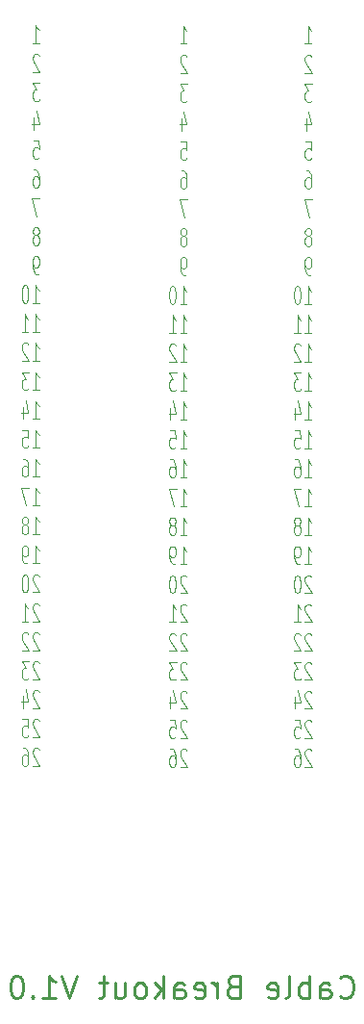
<source format=gbr>
%TF.GenerationSoftware,KiCad,Pcbnew,9.0.0*%
%TF.CreationDate,2025-04-12T15:14:54+10:00*%
%TF.ProjectId,Cable Pass Through,4361626c-6520-4506-9173-73205468726f,rev?*%
%TF.SameCoordinates,Original*%
%TF.FileFunction,Legend,Bot*%
%TF.FilePolarity,Positive*%
%FSLAX46Y46*%
G04 Gerber Fmt 4.6, Leading zero omitted, Abs format (unit mm)*
G04 Created by KiCad (PCBNEW 9.0.0) date 2025-04-12 15:14:54*
%MOMM*%
%LPD*%
G01*
G04 APERTURE LIST*
%ADD10C,0.250000*%
%ADD11C,0.125000*%
G04 APERTURE END LIST*
D10*
X129716479Y-130051761D02*
X129811717Y-130147000D01*
X129811717Y-130147000D02*
X130097431Y-130242238D01*
X130097431Y-130242238D02*
X130287907Y-130242238D01*
X130287907Y-130242238D02*
X130573622Y-130147000D01*
X130573622Y-130147000D02*
X130764098Y-129956523D01*
X130764098Y-129956523D02*
X130859336Y-129766047D01*
X130859336Y-129766047D02*
X130954574Y-129385095D01*
X130954574Y-129385095D02*
X130954574Y-129099380D01*
X130954574Y-129099380D02*
X130859336Y-128718428D01*
X130859336Y-128718428D02*
X130764098Y-128527952D01*
X130764098Y-128527952D02*
X130573622Y-128337476D01*
X130573622Y-128337476D02*
X130287907Y-128242238D01*
X130287907Y-128242238D02*
X130097431Y-128242238D01*
X130097431Y-128242238D02*
X129811717Y-128337476D01*
X129811717Y-128337476D02*
X129716479Y-128432714D01*
X128002193Y-130242238D02*
X128002193Y-129194619D01*
X128002193Y-129194619D02*
X128097431Y-129004142D01*
X128097431Y-129004142D02*
X128287907Y-128908904D01*
X128287907Y-128908904D02*
X128668860Y-128908904D01*
X128668860Y-128908904D02*
X128859336Y-129004142D01*
X128002193Y-130147000D02*
X128192669Y-130242238D01*
X128192669Y-130242238D02*
X128668860Y-130242238D01*
X128668860Y-130242238D02*
X128859336Y-130147000D01*
X128859336Y-130147000D02*
X128954574Y-129956523D01*
X128954574Y-129956523D02*
X128954574Y-129766047D01*
X128954574Y-129766047D02*
X128859336Y-129575571D01*
X128859336Y-129575571D02*
X128668860Y-129480333D01*
X128668860Y-129480333D02*
X128192669Y-129480333D01*
X128192669Y-129480333D02*
X128002193Y-129385095D01*
X127049812Y-130242238D02*
X127049812Y-128242238D01*
X127049812Y-129004142D02*
X126859336Y-128908904D01*
X126859336Y-128908904D02*
X126478383Y-128908904D01*
X126478383Y-128908904D02*
X126287907Y-129004142D01*
X126287907Y-129004142D02*
X126192669Y-129099380D01*
X126192669Y-129099380D02*
X126097431Y-129289857D01*
X126097431Y-129289857D02*
X126097431Y-129861285D01*
X126097431Y-129861285D02*
X126192669Y-130051761D01*
X126192669Y-130051761D02*
X126287907Y-130147000D01*
X126287907Y-130147000D02*
X126478383Y-130242238D01*
X126478383Y-130242238D02*
X126859336Y-130242238D01*
X126859336Y-130242238D02*
X127049812Y-130147000D01*
X124954574Y-130242238D02*
X125145050Y-130147000D01*
X125145050Y-130147000D02*
X125240288Y-129956523D01*
X125240288Y-129956523D02*
X125240288Y-128242238D01*
X123430764Y-130147000D02*
X123621240Y-130242238D01*
X123621240Y-130242238D02*
X124002193Y-130242238D01*
X124002193Y-130242238D02*
X124192669Y-130147000D01*
X124192669Y-130147000D02*
X124287907Y-129956523D01*
X124287907Y-129956523D02*
X124287907Y-129194619D01*
X124287907Y-129194619D02*
X124192669Y-129004142D01*
X124192669Y-129004142D02*
X124002193Y-128908904D01*
X124002193Y-128908904D02*
X123621240Y-128908904D01*
X123621240Y-128908904D02*
X123430764Y-129004142D01*
X123430764Y-129004142D02*
X123335526Y-129194619D01*
X123335526Y-129194619D02*
X123335526Y-129385095D01*
X123335526Y-129385095D02*
X124287907Y-129575571D01*
X120287906Y-129194619D02*
X120002192Y-129289857D01*
X120002192Y-129289857D02*
X119906954Y-129385095D01*
X119906954Y-129385095D02*
X119811716Y-129575571D01*
X119811716Y-129575571D02*
X119811716Y-129861285D01*
X119811716Y-129861285D02*
X119906954Y-130051761D01*
X119906954Y-130051761D02*
X120002192Y-130147000D01*
X120002192Y-130147000D02*
X120192668Y-130242238D01*
X120192668Y-130242238D02*
X120954573Y-130242238D01*
X120954573Y-130242238D02*
X120954573Y-128242238D01*
X120954573Y-128242238D02*
X120287906Y-128242238D01*
X120287906Y-128242238D02*
X120097430Y-128337476D01*
X120097430Y-128337476D02*
X120002192Y-128432714D01*
X120002192Y-128432714D02*
X119906954Y-128623190D01*
X119906954Y-128623190D02*
X119906954Y-128813666D01*
X119906954Y-128813666D02*
X120002192Y-129004142D01*
X120002192Y-129004142D02*
X120097430Y-129099380D01*
X120097430Y-129099380D02*
X120287906Y-129194619D01*
X120287906Y-129194619D02*
X120954573Y-129194619D01*
X118954573Y-130242238D02*
X118954573Y-128908904D01*
X118954573Y-129289857D02*
X118859335Y-129099380D01*
X118859335Y-129099380D02*
X118764097Y-129004142D01*
X118764097Y-129004142D02*
X118573621Y-128908904D01*
X118573621Y-128908904D02*
X118383144Y-128908904D01*
X116954573Y-130147000D02*
X117145049Y-130242238D01*
X117145049Y-130242238D02*
X117526002Y-130242238D01*
X117526002Y-130242238D02*
X117716478Y-130147000D01*
X117716478Y-130147000D02*
X117811716Y-129956523D01*
X117811716Y-129956523D02*
X117811716Y-129194619D01*
X117811716Y-129194619D02*
X117716478Y-129004142D01*
X117716478Y-129004142D02*
X117526002Y-128908904D01*
X117526002Y-128908904D02*
X117145049Y-128908904D01*
X117145049Y-128908904D02*
X116954573Y-129004142D01*
X116954573Y-129004142D02*
X116859335Y-129194619D01*
X116859335Y-129194619D02*
X116859335Y-129385095D01*
X116859335Y-129385095D02*
X117811716Y-129575571D01*
X115145049Y-130242238D02*
X115145049Y-129194619D01*
X115145049Y-129194619D02*
X115240287Y-129004142D01*
X115240287Y-129004142D02*
X115430763Y-128908904D01*
X115430763Y-128908904D02*
X115811716Y-128908904D01*
X115811716Y-128908904D02*
X116002192Y-129004142D01*
X115145049Y-130147000D02*
X115335525Y-130242238D01*
X115335525Y-130242238D02*
X115811716Y-130242238D01*
X115811716Y-130242238D02*
X116002192Y-130147000D01*
X116002192Y-130147000D02*
X116097430Y-129956523D01*
X116097430Y-129956523D02*
X116097430Y-129766047D01*
X116097430Y-129766047D02*
X116002192Y-129575571D01*
X116002192Y-129575571D02*
X115811716Y-129480333D01*
X115811716Y-129480333D02*
X115335525Y-129480333D01*
X115335525Y-129480333D02*
X115145049Y-129385095D01*
X114192668Y-130242238D02*
X114192668Y-128242238D01*
X114002192Y-129480333D02*
X113430763Y-130242238D01*
X113430763Y-128908904D02*
X114192668Y-129670809D01*
X112287906Y-130242238D02*
X112478382Y-130147000D01*
X112478382Y-130147000D02*
X112573620Y-130051761D01*
X112573620Y-130051761D02*
X112668858Y-129861285D01*
X112668858Y-129861285D02*
X112668858Y-129289857D01*
X112668858Y-129289857D02*
X112573620Y-129099380D01*
X112573620Y-129099380D02*
X112478382Y-129004142D01*
X112478382Y-129004142D02*
X112287906Y-128908904D01*
X112287906Y-128908904D02*
X112002191Y-128908904D01*
X112002191Y-128908904D02*
X111811715Y-129004142D01*
X111811715Y-129004142D02*
X111716477Y-129099380D01*
X111716477Y-129099380D02*
X111621239Y-129289857D01*
X111621239Y-129289857D02*
X111621239Y-129861285D01*
X111621239Y-129861285D02*
X111716477Y-130051761D01*
X111716477Y-130051761D02*
X111811715Y-130147000D01*
X111811715Y-130147000D02*
X112002191Y-130242238D01*
X112002191Y-130242238D02*
X112287906Y-130242238D01*
X109906953Y-128908904D02*
X109906953Y-130242238D01*
X110764096Y-128908904D02*
X110764096Y-129956523D01*
X110764096Y-129956523D02*
X110668858Y-130147000D01*
X110668858Y-130147000D02*
X110478382Y-130242238D01*
X110478382Y-130242238D02*
X110192667Y-130242238D01*
X110192667Y-130242238D02*
X110002191Y-130147000D01*
X110002191Y-130147000D02*
X109906953Y-130051761D01*
X109240286Y-128908904D02*
X108478382Y-128908904D01*
X108954572Y-128242238D02*
X108954572Y-129956523D01*
X108954572Y-129956523D02*
X108859334Y-130147000D01*
X108859334Y-130147000D02*
X108668858Y-130242238D01*
X108668858Y-130242238D02*
X108478382Y-130242238D01*
X106573619Y-128242238D02*
X105906953Y-130242238D01*
X105906953Y-130242238D02*
X105240286Y-128242238D01*
X103526000Y-130242238D02*
X104668857Y-130242238D01*
X104097429Y-130242238D02*
X104097429Y-128242238D01*
X104097429Y-128242238D02*
X104287905Y-128527952D01*
X104287905Y-128527952D02*
X104478381Y-128718428D01*
X104478381Y-128718428D02*
X104668857Y-128813666D01*
X102668857Y-130051761D02*
X102573619Y-130147000D01*
X102573619Y-130147000D02*
X102668857Y-130242238D01*
X102668857Y-130242238D02*
X102764095Y-130147000D01*
X102764095Y-130147000D02*
X102668857Y-130051761D01*
X102668857Y-130051761D02*
X102668857Y-130242238D01*
X101335524Y-128242238D02*
X101145047Y-128242238D01*
X101145047Y-128242238D02*
X100954571Y-128337476D01*
X100954571Y-128337476D02*
X100859333Y-128432714D01*
X100859333Y-128432714D02*
X100764095Y-128623190D01*
X100764095Y-128623190D02*
X100668857Y-129004142D01*
X100668857Y-129004142D02*
X100668857Y-129480333D01*
X100668857Y-129480333D02*
X100764095Y-129861285D01*
X100764095Y-129861285D02*
X100859333Y-130051761D01*
X100859333Y-130051761D02*
X100954571Y-130147000D01*
X100954571Y-130147000D02*
X101145047Y-130242238D01*
X101145047Y-130242238D02*
X101335524Y-130242238D01*
X101335524Y-130242238D02*
X101526000Y-130147000D01*
X101526000Y-130147000D02*
X101621238Y-130051761D01*
X101621238Y-130051761D02*
X101716476Y-129861285D01*
X101716476Y-129861285D02*
X101811714Y-129480333D01*
X101811714Y-129480333D02*
X101811714Y-129004142D01*
X101811714Y-129004142D02*
X101716476Y-128623190D01*
X101716476Y-128623190D02*
X101621238Y-128432714D01*
X101621238Y-128432714D02*
X101526000Y-128337476D01*
X101526000Y-128337476D02*
X101335524Y-128242238D01*
D11*
X126655859Y-46277338D02*
X127227287Y-46277338D01*
X126941573Y-46277338D02*
X126941573Y-44697338D01*
X126941573Y-44697338D02*
X127036811Y-44923052D01*
X127036811Y-44923052D02*
X127132049Y-45073528D01*
X127132049Y-45073528D02*
X127227287Y-45148766D01*
X127227287Y-47391526D02*
X127179668Y-47316288D01*
X127179668Y-47316288D02*
X127084430Y-47241050D01*
X127084430Y-47241050D02*
X126846335Y-47241050D01*
X126846335Y-47241050D02*
X126751097Y-47316288D01*
X126751097Y-47316288D02*
X126703478Y-47391526D01*
X126703478Y-47391526D02*
X126655859Y-47542002D01*
X126655859Y-47542002D02*
X126655859Y-47692478D01*
X126655859Y-47692478D02*
X126703478Y-47918192D01*
X126703478Y-47918192D02*
X127274906Y-48821050D01*
X127274906Y-48821050D02*
X126655859Y-48821050D01*
X127274906Y-49784762D02*
X126655859Y-49784762D01*
X126655859Y-49784762D02*
X126989192Y-50386666D01*
X126989192Y-50386666D02*
X126846335Y-50386666D01*
X126846335Y-50386666D02*
X126751097Y-50461904D01*
X126751097Y-50461904D02*
X126703478Y-50537143D01*
X126703478Y-50537143D02*
X126655859Y-50687619D01*
X126655859Y-50687619D02*
X126655859Y-51063809D01*
X126655859Y-51063809D02*
X126703478Y-51214285D01*
X126703478Y-51214285D02*
X126751097Y-51289524D01*
X126751097Y-51289524D02*
X126846335Y-51364762D01*
X126846335Y-51364762D02*
X127132049Y-51364762D01*
X127132049Y-51364762D02*
X127227287Y-51289524D01*
X127227287Y-51289524D02*
X127274906Y-51214285D01*
X126751097Y-52855140D02*
X126751097Y-53908474D01*
X126989192Y-52253236D02*
X127227287Y-53381807D01*
X127227287Y-53381807D02*
X126608240Y-53381807D01*
X126703478Y-54872186D02*
X127179668Y-54872186D01*
X127179668Y-54872186D02*
X127227287Y-55624567D01*
X127227287Y-55624567D02*
X127179668Y-55549328D01*
X127179668Y-55549328D02*
X127084430Y-55474090D01*
X127084430Y-55474090D02*
X126846335Y-55474090D01*
X126846335Y-55474090D02*
X126751097Y-55549328D01*
X126751097Y-55549328D02*
X126703478Y-55624567D01*
X126703478Y-55624567D02*
X126655859Y-55775043D01*
X126655859Y-55775043D02*
X126655859Y-56151233D01*
X126655859Y-56151233D02*
X126703478Y-56301709D01*
X126703478Y-56301709D02*
X126751097Y-56376948D01*
X126751097Y-56376948D02*
X126846335Y-56452186D01*
X126846335Y-56452186D02*
X127084430Y-56452186D01*
X127084430Y-56452186D02*
X127179668Y-56376948D01*
X127179668Y-56376948D02*
X127227287Y-56301709D01*
X126751097Y-57415898D02*
X126941573Y-57415898D01*
X126941573Y-57415898D02*
X127036811Y-57491136D01*
X127036811Y-57491136D02*
X127084430Y-57566374D01*
X127084430Y-57566374D02*
X127179668Y-57792088D01*
X127179668Y-57792088D02*
X127227287Y-58093040D01*
X127227287Y-58093040D02*
X127227287Y-58694945D01*
X127227287Y-58694945D02*
X127179668Y-58845421D01*
X127179668Y-58845421D02*
X127132049Y-58920660D01*
X127132049Y-58920660D02*
X127036811Y-58995898D01*
X127036811Y-58995898D02*
X126846335Y-58995898D01*
X126846335Y-58995898D02*
X126751097Y-58920660D01*
X126751097Y-58920660D02*
X126703478Y-58845421D01*
X126703478Y-58845421D02*
X126655859Y-58694945D01*
X126655859Y-58694945D02*
X126655859Y-58318755D01*
X126655859Y-58318755D02*
X126703478Y-58168279D01*
X126703478Y-58168279D02*
X126751097Y-58093040D01*
X126751097Y-58093040D02*
X126846335Y-58017802D01*
X126846335Y-58017802D02*
X127036811Y-58017802D01*
X127036811Y-58017802D02*
X127132049Y-58093040D01*
X127132049Y-58093040D02*
X127179668Y-58168279D01*
X127179668Y-58168279D02*
X127227287Y-58318755D01*
X127274906Y-59959610D02*
X126608240Y-59959610D01*
X126608240Y-59959610D02*
X127036811Y-61539610D01*
X127036811Y-63180464D02*
X127132049Y-63105226D01*
X127132049Y-63105226D02*
X127179668Y-63029988D01*
X127179668Y-63029988D02*
X127227287Y-62879512D01*
X127227287Y-62879512D02*
X127227287Y-62804274D01*
X127227287Y-62804274D02*
X127179668Y-62653798D01*
X127179668Y-62653798D02*
X127132049Y-62578560D01*
X127132049Y-62578560D02*
X127036811Y-62503322D01*
X127036811Y-62503322D02*
X126846335Y-62503322D01*
X126846335Y-62503322D02*
X126751097Y-62578560D01*
X126751097Y-62578560D02*
X126703478Y-62653798D01*
X126703478Y-62653798D02*
X126655859Y-62804274D01*
X126655859Y-62804274D02*
X126655859Y-62879512D01*
X126655859Y-62879512D02*
X126703478Y-63029988D01*
X126703478Y-63029988D02*
X126751097Y-63105226D01*
X126751097Y-63105226D02*
X126846335Y-63180464D01*
X126846335Y-63180464D02*
X127036811Y-63180464D01*
X127036811Y-63180464D02*
X127132049Y-63255703D01*
X127132049Y-63255703D02*
X127179668Y-63330941D01*
X127179668Y-63330941D02*
X127227287Y-63481417D01*
X127227287Y-63481417D02*
X127227287Y-63782369D01*
X127227287Y-63782369D02*
X127179668Y-63932845D01*
X127179668Y-63932845D02*
X127132049Y-64008084D01*
X127132049Y-64008084D02*
X127036811Y-64083322D01*
X127036811Y-64083322D02*
X126846335Y-64083322D01*
X126846335Y-64083322D02*
X126751097Y-64008084D01*
X126751097Y-64008084D02*
X126703478Y-63932845D01*
X126703478Y-63932845D02*
X126655859Y-63782369D01*
X126655859Y-63782369D02*
X126655859Y-63481417D01*
X126655859Y-63481417D02*
X126703478Y-63330941D01*
X126703478Y-63330941D02*
X126751097Y-63255703D01*
X126751097Y-63255703D02*
X126846335Y-63180464D01*
X127132049Y-66627034D02*
X126941573Y-66627034D01*
X126941573Y-66627034D02*
X126846335Y-66551796D01*
X126846335Y-66551796D02*
X126798716Y-66476557D01*
X126798716Y-66476557D02*
X126703478Y-66250843D01*
X126703478Y-66250843D02*
X126655859Y-65949891D01*
X126655859Y-65949891D02*
X126655859Y-65347986D01*
X126655859Y-65347986D02*
X126703478Y-65197510D01*
X126703478Y-65197510D02*
X126751097Y-65122272D01*
X126751097Y-65122272D02*
X126846335Y-65047034D01*
X126846335Y-65047034D02*
X127036811Y-65047034D01*
X127036811Y-65047034D02*
X127132049Y-65122272D01*
X127132049Y-65122272D02*
X127179668Y-65197510D01*
X127179668Y-65197510D02*
X127227287Y-65347986D01*
X127227287Y-65347986D02*
X127227287Y-65724176D01*
X127227287Y-65724176D02*
X127179668Y-65874653D01*
X127179668Y-65874653D02*
X127132049Y-65949891D01*
X127132049Y-65949891D02*
X127036811Y-66025129D01*
X127036811Y-66025129D02*
X126846335Y-66025129D01*
X126846335Y-66025129D02*
X126751097Y-65949891D01*
X126751097Y-65949891D02*
X126703478Y-65874653D01*
X126703478Y-65874653D02*
X126655859Y-65724176D01*
X126655859Y-69170746D02*
X127227287Y-69170746D01*
X126941573Y-69170746D02*
X126941573Y-67590746D01*
X126941573Y-67590746D02*
X127036811Y-67816460D01*
X127036811Y-67816460D02*
X127132049Y-67966936D01*
X127132049Y-67966936D02*
X127227287Y-68042174D01*
X126036811Y-67590746D02*
X125941573Y-67590746D01*
X125941573Y-67590746D02*
X125846335Y-67665984D01*
X125846335Y-67665984D02*
X125798716Y-67741222D01*
X125798716Y-67741222D02*
X125751097Y-67891698D01*
X125751097Y-67891698D02*
X125703478Y-68192650D01*
X125703478Y-68192650D02*
X125703478Y-68568841D01*
X125703478Y-68568841D02*
X125751097Y-68869793D01*
X125751097Y-68869793D02*
X125798716Y-69020269D01*
X125798716Y-69020269D02*
X125846335Y-69095508D01*
X125846335Y-69095508D02*
X125941573Y-69170746D01*
X125941573Y-69170746D02*
X126036811Y-69170746D01*
X126036811Y-69170746D02*
X126132049Y-69095508D01*
X126132049Y-69095508D02*
X126179668Y-69020269D01*
X126179668Y-69020269D02*
X126227287Y-68869793D01*
X126227287Y-68869793D02*
X126274906Y-68568841D01*
X126274906Y-68568841D02*
X126274906Y-68192650D01*
X126274906Y-68192650D02*
X126227287Y-67891698D01*
X126227287Y-67891698D02*
X126179668Y-67741222D01*
X126179668Y-67741222D02*
X126132049Y-67665984D01*
X126132049Y-67665984D02*
X126036811Y-67590746D01*
X126655859Y-71714458D02*
X127227287Y-71714458D01*
X126941573Y-71714458D02*
X126941573Y-70134458D01*
X126941573Y-70134458D02*
X127036811Y-70360172D01*
X127036811Y-70360172D02*
X127132049Y-70510648D01*
X127132049Y-70510648D02*
X127227287Y-70585886D01*
X125703478Y-71714458D02*
X126274906Y-71714458D01*
X125989192Y-71714458D02*
X125989192Y-70134458D01*
X125989192Y-70134458D02*
X126084430Y-70360172D01*
X126084430Y-70360172D02*
X126179668Y-70510648D01*
X126179668Y-70510648D02*
X126274906Y-70585886D01*
X126655859Y-74258170D02*
X127227287Y-74258170D01*
X126941573Y-74258170D02*
X126941573Y-72678170D01*
X126941573Y-72678170D02*
X127036811Y-72903884D01*
X127036811Y-72903884D02*
X127132049Y-73054360D01*
X127132049Y-73054360D02*
X127227287Y-73129598D01*
X126274906Y-72828646D02*
X126227287Y-72753408D01*
X126227287Y-72753408D02*
X126132049Y-72678170D01*
X126132049Y-72678170D02*
X125893954Y-72678170D01*
X125893954Y-72678170D02*
X125798716Y-72753408D01*
X125798716Y-72753408D02*
X125751097Y-72828646D01*
X125751097Y-72828646D02*
X125703478Y-72979122D01*
X125703478Y-72979122D02*
X125703478Y-73129598D01*
X125703478Y-73129598D02*
X125751097Y-73355312D01*
X125751097Y-73355312D02*
X126322525Y-74258170D01*
X126322525Y-74258170D02*
X125703478Y-74258170D01*
X126655859Y-76801882D02*
X127227287Y-76801882D01*
X126941573Y-76801882D02*
X126941573Y-75221882D01*
X126941573Y-75221882D02*
X127036811Y-75447596D01*
X127036811Y-75447596D02*
X127132049Y-75598072D01*
X127132049Y-75598072D02*
X127227287Y-75673310D01*
X126322525Y-75221882D02*
X125703478Y-75221882D01*
X125703478Y-75221882D02*
X126036811Y-75823786D01*
X126036811Y-75823786D02*
X125893954Y-75823786D01*
X125893954Y-75823786D02*
X125798716Y-75899024D01*
X125798716Y-75899024D02*
X125751097Y-75974263D01*
X125751097Y-75974263D02*
X125703478Y-76124739D01*
X125703478Y-76124739D02*
X125703478Y-76500929D01*
X125703478Y-76500929D02*
X125751097Y-76651405D01*
X125751097Y-76651405D02*
X125798716Y-76726644D01*
X125798716Y-76726644D02*
X125893954Y-76801882D01*
X125893954Y-76801882D02*
X126179668Y-76801882D01*
X126179668Y-76801882D02*
X126274906Y-76726644D01*
X126274906Y-76726644D02*
X126322525Y-76651405D01*
X126655859Y-79345594D02*
X127227287Y-79345594D01*
X126941573Y-79345594D02*
X126941573Y-77765594D01*
X126941573Y-77765594D02*
X127036811Y-77991308D01*
X127036811Y-77991308D02*
X127132049Y-78141784D01*
X127132049Y-78141784D02*
X127227287Y-78217022D01*
X125798716Y-78292260D02*
X125798716Y-79345594D01*
X126036811Y-77690356D02*
X126274906Y-78818927D01*
X126274906Y-78818927D02*
X125655859Y-78818927D01*
X126655859Y-81889306D02*
X127227287Y-81889306D01*
X126941573Y-81889306D02*
X126941573Y-80309306D01*
X126941573Y-80309306D02*
X127036811Y-80535020D01*
X127036811Y-80535020D02*
X127132049Y-80685496D01*
X127132049Y-80685496D02*
X127227287Y-80760734D01*
X125751097Y-80309306D02*
X126227287Y-80309306D01*
X126227287Y-80309306D02*
X126274906Y-81061687D01*
X126274906Y-81061687D02*
X126227287Y-80986448D01*
X126227287Y-80986448D02*
X126132049Y-80911210D01*
X126132049Y-80911210D02*
X125893954Y-80911210D01*
X125893954Y-80911210D02*
X125798716Y-80986448D01*
X125798716Y-80986448D02*
X125751097Y-81061687D01*
X125751097Y-81061687D02*
X125703478Y-81212163D01*
X125703478Y-81212163D02*
X125703478Y-81588353D01*
X125703478Y-81588353D02*
X125751097Y-81738829D01*
X125751097Y-81738829D02*
X125798716Y-81814068D01*
X125798716Y-81814068D02*
X125893954Y-81889306D01*
X125893954Y-81889306D02*
X126132049Y-81889306D01*
X126132049Y-81889306D02*
X126227287Y-81814068D01*
X126227287Y-81814068D02*
X126274906Y-81738829D01*
X126655859Y-84433018D02*
X127227287Y-84433018D01*
X126941573Y-84433018D02*
X126941573Y-82853018D01*
X126941573Y-82853018D02*
X127036811Y-83078732D01*
X127036811Y-83078732D02*
X127132049Y-83229208D01*
X127132049Y-83229208D02*
X127227287Y-83304446D01*
X125798716Y-82853018D02*
X125989192Y-82853018D01*
X125989192Y-82853018D02*
X126084430Y-82928256D01*
X126084430Y-82928256D02*
X126132049Y-83003494D01*
X126132049Y-83003494D02*
X126227287Y-83229208D01*
X126227287Y-83229208D02*
X126274906Y-83530160D01*
X126274906Y-83530160D02*
X126274906Y-84132065D01*
X126274906Y-84132065D02*
X126227287Y-84282541D01*
X126227287Y-84282541D02*
X126179668Y-84357780D01*
X126179668Y-84357780D02*
X126084430Y-84433018D01*
X126084430Y-84433018D02*
X125893954Y-84433018D01*
X125893954Y-84433018D02*
X125798716Y-84357780D01*
X125798716Y-84357780D02*
X125751097Y-84282541D01*
X125751097Y-84282541D02*
X125703478Y-84132065D01*
X125703478Y-84132065D02*
X125703478Y-83755875D01*
X125703478Y-83755875D02*
X125751097Y-83605399D01*
X125751097Y-83605399D02*
X125798716Y-83530160D01*
X125798716Y-83530160D02*
X125893954Y-83454922D01*
X125893954Y-83454922D02*
X126084430Y-83454922D01*
X126084430Y-83454922D02*
X126179668Y-83530160D01*
X126179668Y-83530160D02*
X126227287Y-83605399D01*
X126227287Y-83605399D02*
X126274906Y-83755875D01*
X126655859Y-86976730D02*
X127227287Y-86976730D01*
X126941573Y-86976730D02*
X126941573Y-85396730D01*
X126941573Y-85396730D02*
X127036811Y-85622444D01*
X127036811Y-85622444D02*
X127132049Y-85772920D01*
X127132049Y-85772920D02*
X127227287Y-85848158D01*
X126322525Y-85396730D02*
X125655859Y-85396730D01*
X125655859Y-85396730D02*
X126084430Y-86976730D01*
X126655859Y-89520442D02*
X127227287Y-89520442D01*
X126941573Y-89520442D02*
X126941573Y-87940442D01*
X126941573Y-87940442D02*
X127036811Y-88166156D01*
X127036811Y-88166156D02*
X127132049Y-88316632D01*
X127132049Y-88316632D02*
X127227287Y-88391870D01*
X126084430Y-88617584D02*
X126179668Y-88542346D01*
X126179668Y-88542346D02*
X126227287Y-88467108D01*
X126227287Y-88467108D02*
X126274906Y-88316632D01*
X126274906Y-88316632D02*
X126274906Y-88241394D01*
X126274906Y-88241394D02*
X126227287Y-88090918D01*
X126227287Y-88090918D02*
X126179668Y-88015680D01*
X126179668Y-88015680D02*
X126084430Y-87940442D01*
X126084430Y-87940442D02*
X125893954Y-87940442D01*
X125893954Y-87940442D02*
X125798716Y-88015680D01*
X125798716Y-88015680D02*
X125751097Y-88090918D01*
X125751097Y-88090918D02*
X125703478Y-88241394D01*
X125703478Y-88241394D02*
X125703478Y-88316632D01*
X125703478Y-88316632D02*
X125751097Y-88467108D01*
X125751097Y-88467108D02*
X125798716Y-88542346D01*
X125798716Y-88542346D02*
X125893954Y-88617584D01*
X125893954Y-88617584D02*
X126084430Y-88617584D01*
X126084430Y-88617584D02*
X126179668Y-88692823D01*
X126179668Y-88692823D02*
X126227287Y-88768061D01*
X126227287Y-88768061D02*
X126274906Y-88918537D01*
X126274906Y-88918537D02*
X126274906Y-89219489D01*
X126274906Y-89219489D02*
X126227287Y-89369965D01*
X126227287Y-89369965D02*
X126179668Y-89445204D01*
X126179668Y-89445204D02*
X126084430Y-89520442D01*
X126084430Y-89520442D02*
X125893954Y-89520442D01*
X125893954Y-89520442D02*
X125798716Y-89445204D01*
X125798716Y-89445204D02*
X125751097Y-89369965D01*
X125751097Y-89369965D02*
X125703478Y-89219489D01*
X125703478Y-89219489D02*
X125703478Y-88918537D01*
X125703478Y-88918537D02*
X125751097Y-88768061D01*
X125751097Y-88768061D02*
X125798716Y-88692823D01*
X125798716Y-88692823D02*
X125893954Y-88617584D01*
X126655859Y-92064154D02*
X127227287Y-92064154D01*
X126941573Y-92064154D02*
X126941573Y-90484154D01*
X126941573Y-90484154D02*
X127036811Y-90709868D01*
X127036811Y-90709868D02*
X127132049Y-90860344D01*
X127132049Y-90860344D02*
X127227287Y-90935582D01*
X126179668Y-92064154D02*
X125989192Y-92064154D01*
X125989192Y-92064154D02*
X125893954Y-91988916D01*
X125893954Y-91988916D02*
X125846335Y-91913677D01*
X125846335Y-91913677D02*
X125751097Y-91687963D01*
X125751097Y-91687963D02*
X125703478Y-91387011D01*
X125703478Y-91387011D02*
X125703478Y-90785106D01*
X125703478Y-90785106D02*
X125751097Y-90634630D01*
X125751097Y-90634630D02*
X125798716Y-90559392D01*
X125798716Y-90559392D02*
X125893954Y-90484154D01*
X125893954Y-90484154D02*
X126084430Y-90484154D01*
X126084430Y-90484154D02*
X126179668Y-90559392D01*
X126179668Y-90559392D02*
X126227287Y-90634630D01*
X126227287Y-90634630D02*
X126274906Y-90785106D01*
X126274906Y-90785106D02*
X126274906Y-91161296D01*
X126274906Y-91161296D02*
X126227287Y-91311773D01*
X126227287Y-91311773D02*
X126179668Y-91387011D01*
X126179668Y-91387011D02*
X126084430Y-91462249D01*
X126084430Y-91462249D02*
X125893954Y-91462249D01*
X125893954Y-91462249D02*
X125798716Y-91387011D01*
X125798716Y-91387011D02*
X125751097Y-91311773D01*
X125751097Y-91311773D02*
X125703478Y-91161296D01*
X127227287Y-93178342D02*
X127179668Y-93103104D01*
X127179668Y-93103104D02*
X127084430Y-93027866D01*
X127084430Y-93027866D02*
X126846335Y-93027866D01*
X126846335Y-93027866D02*
X126751097Y-93103104D01*
X126751097Y-93103104D02*
X126703478Y-93178342D01*
X126703478Y-93178342D02*
X126655859Y-93328818D01*
X126655859Y-93328818D02*
X126655859Y-93479294D01*
X126655859Y-93479294D02*
X126703478Y-93705008D01*
X126703478Y-93705008D02*
X127274906Y-94607866D01*
X127274906Y-94607866D02*
X126655859Y-94607866D01*
X126036811Y-93027866D02*
X125941573Y-93027866D01*
X125941573Y-93027866D02*
X125846335Y-93103104D01*
X125846335Y-93103104D02*
X125798716Y-93178342D01*
X125798716Y-93178342D02*
X125751097Y-93328818D01*
X125751097Y-93328818D02*
X125703478Y-93629770D01*
X125703478Y-93629770D02*
X125703478Y-94005961D01*
X125703478Y-94005961D02*
X125751097Y-94306913D01*
X125751097Y-94306913D02*
X125798716Y-94457389D01*
X125798716Y-94457389D02*
X125846335Y-94532628D01*
X125846335Y-94532628D02*
X125941573Y-94607866D01*
X125941573Y-94607866D02*
X126036811Y-94607866D01*
X126036811Y-94607866D02*
X126132049Y-94532628D01*
X126132049Y-94532628D02*
X126179668Y-94457389D01*
X126179668Y-94457389D02*
X126227287Y-94306913D01*
X126227287Y-94306913D02*
X126274906Y-94005961D01*
X126274906Y-94005961D02*
X126274906Y-93629770D01*
X126274906Y-93629770D02*
X126227287Y-93328818D01*
X126227287Y-93328818D02*
X126179668Y-93178342D01*
X126179668Y-93178342D02*
X126132049Y-93103104D01*
X126132049Y-93103104D02*
X126036811Y-93027866D01*
X127227287Y-95722054D02*
X127179668Y-95646816D01*
X127179668Y-95646816D02*
X127084430Y-95571578D01*
X127084430Y-95571578D02*
X126846335Y-95571578D01*
X126846335Y-95571578D02*
X126751097Y-95646816D01*
X126751097Y-95646816D02*
X126703478Y-95722054D01*
X126703478Y-95722054D02*
X126655859Y-95872530D01*
X126655859Y-95872530D02*
X126655859Y-96023006D01*
X126655859Y-96023006D02*
X126703478Y-96248720D01*
X126703478Y-96248720D02*
X127274906Y-97151578D01*
X127274906Y-97151578D02*
X126655859Y-97151578D01*
X125703478Y-97151578D02*
X126274906Y-97151578D01*
X125989192Y-97151578D02*
X125989192Y-95571578D01*
X125989192Y-95571578D02*
X126084430Y-95797292D01*
X126084430Y-95797292D02*
X126179668Y-95947768D01*
X126179668Y-95947768D02*
X126274906Y-96023006D01*
X127227287Y-98265766D02*
X127179668Y-98190528D01*
X127179668Y-98190528D02*
X127084430Y-98115290D01*
X127084430Y-98115290D02*
X126846335Y-98115290D01*
X126846335Y-98115290D02*
X126751097Y-98190528D01*
X126751097Y-98190528D02*
X126703478Y-98265766D01*
X126703478Y-98265766D02*
X126655859Y-98416242D01*
X126655859Y-98416242D02*
X126655859Y-98566718D01*
X126655859Y-98566718D02*
X126703478Y-98792432D01*
X126703478Y-98792432D02*
X127274906Y-99695290D01*
X127274906Y-99695290D02*
X126655859Y-99695290D01*
X126274906Y-98265766D02*
X126227287Y-98190528D01*
X126227287Y-98190528D02*
X126132049Y-98115290D01*
X126132049Y-98115290D02*
X125893954Y-98115290D01*
X125893954Y-98115290D02*
X125798716Y-98190528D01*
X125798716Y-98190528D02*
X125751097Y-98265766D01*
X125751097Y-98265766D02*
X125703478Y-98416242D01*
X125703478Y-98416242D02*
X125703478Y-98566718D01*
X125703478Y-98566718D02*
X125751097Y-98792432D01*
X125751097Y-98792432D02*
X126322525Y-99695290D01*
X126322525Y-99695290D02*
X125703478Y-99695290D01*
X127227287Y-100809478D02*
X127179668Y-100734240D01*
X127179668Y-100734240D02*
X127084430Y-100659002D01*
X127084430Y-100659002D02*
X126846335Y-100659002D01*
X126846335Y-100659002D02*
X126751097Y-100734240D01*
X126751097Y-100734240D02*
X126703478Y-100809478D01*
X126703478Y-100809478D02*
X126655859Y-100959954D01*
X126655859Y-100959954D02*
X126655859Y-101110430D01*
X126655859Y-101110430D02*
X126703478Y-101336144D01*
X126703478Y-101336144D02*
X127274906Y-102239002D01*
X127274906Y-102239002D02*
X126655859Y-102239002D01*
X126322525Y-100659002D02*
X125703478Y-100659002D01*
X125703478Y-100659002D02*
X126036811Y-101260906D01*
X126036811Y-101260906D02*
X125893954Y-101260906D01*
X125893954Y-101260906D02*
X125798716Y-101336144D01*
X125798716Y-101336144D02*
X125751097Y-101411383D01*
X125751097Y-101411383D02*
X125703478Y-101561859D01*
X125703478Y-101561859D02*
X125703478Y-101938049D01*
X125703478Y-101938049D02*
X125751097Y-102088525D01*
X125751097Y-102088525D02*
X125798716Y-102163764D01*
X125798716Y-102163764D02*
X125893954Y-102239002D01*
X125893954Y-102239002D02*
X126179668Y-102239002D01*
X126179668Y-102239002D02*
X126274906Y-102163764D01*
X126274906Y-102163764D02*
X126322525Y-102088525D01*
X127227287Y-103353190D02*
X127179668Y-103277952D01*
X127179668Y-103277952D02*
X127084430Y-103202714D01*
X127084430Y-103202714D02*
X126846335Y-103202714D01*
X126846335Y-103202714D02*
X126751097Y-103277952D01*
X126751097Y-103277952D02*
X126703478Y-103353190D01*
X126703478Y-103353190D02*
X126655859Y-103503666D01*
X126655859Y-103503666D02*
X126655859Y-103654142D01*
X126655859Y-103654142D02*
X126703478Y-103879856D01*
X126703478Y-103879856D02*
X127274906Y-104782714D01*
X127274906Y-104782714D02*
X126655859Y-104782714D01*
X125798716Y-103729380D02*
X125798716Y-104782714D01*
X126036811Y-103127476D02*
X126274906Y-104256047D01*
X126274906Y-104256047D02*
X125655859Y-104256047D01*
X127227287Y-105896902D02*
X127179668Y-105821664D01*
X127179668Y-105821664D02*
X127084430Y-105746426D01*
X127084430Y-105746426D02*
X126846335Y-105746426D01*
X126846335Y-105746426D02*
X126751097Y-105821664D01*
X126751097Y-105821664D02*
X126703478Y-105896902D01*
X126703478Y-105896902D02*
X126655859Y-106047378D01*
X126655859Y-106047378D02*
X126655859Y-106197854D01*
X126655859Y-106197854D02*
X126703478Y-106423568D01*
X126703478Y-106423568D02*
X127274906Y-107326426D01*
X127274906Y-107326426D02*
X126655859Y-107326426D01*
X125751097Y-105746426D02*
X126227287Y-105746426D01*
X126227287Y-105746426D02*
X126274906Y-106498807D01*
X126274906Y-106498807D02*
X126227287Y-106423568D01*
X126227287Y-106423568D02*
X126132049Y-106348330D01*
X126132049Y-106348330D02*
X125893954Y-106348330D01*
X125893954Y-106348330D02*
X125798716Y-106423568D01*
X125798716Y-106423568D02*
X125751097Y-106498807D01*
X125751097Y-106498807D02*
X125703478Y-106649283D01*
X125703478Y-106649283D02*
X125703478Y-107025473D01*
X125703478Y-107025473D02*
X125751097Y-107175949D01*
X125751097Y-107175949D02*
X125798716Y-107251188D01*
X125798716Y-107251188D02*
X125893954Y-107326426D01*
X125893954Y-107326426D02*
X126132049Y-107326426D01*
X126132049Y-107326426D02*
X126227287Y-107251188D01*
X126227287Y-107251188D02*
X126274906Y-107175949D01*
X127227287Y-108440614D02*
X127179668Y-108365376D01*
X127179668Y-108365376D02*
X127084430Y-108290138D01*
X127084430Y-108290138D02*
X126846335Y-108290138D01*
X126846335Y-108290138D02*
X126751097Y-108365376D01*
X126751097Y-108365376D02*
X126703478Y-108440614D01*
X126703478Y-108440614D02*
X126655859Y-108591090D01*
X126655859Y-108591090D02*
X126655859Y-108741566D01*
X126655859Y-108741566D02*
X126703478Y-108967280D01*
X126703478Y-108967280D02*
X127274906Y-109870138D01*
X127274906Y-109870138D02*
X126655859Y-109870138D01*
X125798716Y-108290138D02*
X125989192Y-108290138D01*
X125989192Y-108290138D02*
X126084430Y-108365376D01*
X126084430Y-108365376D02*
X126132049Y-108440614D01*
X126132049Y-108440614D02*
X126227287Y-108666328D01*
X126227287Y-108666328D02*
X126274906Y-108967280D01*
X126274906Y-108967280D02*
X126274906Y-109569185D01*
X126274906Y-109569185D02*
X126227287Y-109719661D01*
X126227287Y-109719661D02*
X126179668Y-109794900D01*
X126179668Y-109794900D02*
X126084430Y-109870138D01*
X126084430Y-109870138D02*
X125893954Y-109870138D01*
X125893954Y-109870138D02*
X125798716Y-109794900D01*
X125798716Y-109794900D02*
X125751097Y-109719661D01*
X125751097Y-109719661D02*
X125703478Y-109569185D01*
X125703478Y-109569185D02*
X125703478Y-109192995D01*
X125703478Y-109192995D02*
X125751097Y-109042519D01*
X125751097Y-109042519D02*
X125798716Y-108967280D01*
X125798716Y-108967280D02*
X125893954Y-108892042D01*
X125893954Y-108892042D02*
X126084430Y-108892042D01*
X126084430Y-108892042D02*
X126179668Y-108967280D01*
X126179668Y-108967280D02*
X126227287Y-109042519D01*
X126227287Y-109042519D02*
X126274906Y-109192995D01*
X115655859Y-46277338D02*
X116227287Y-46277338D01*
X115941573Y-46277338D02*
X115941573Y-44697338D01*
X115941573Y-44697338D02*
X116036811Y-44923052D01*
X116036811Y-44923052D02*
X116132049Y-45073528D01*
X116132049Y-45073528D02*
X116227287Y-45148766D01*
X116227287Y-47391526D02*
X116179668Y-47316288D01*
X116179668Y-47316288D02*
X116084430Y-47241050D01*
X116084430Y-47241050D02*
X115846335Y-47241050D01*
X115846335Y-47241050D02*
X115751097Y-47316288D01*
X115751097Y-47316288D02*
X115703478Y-47391526D01*
X115703478Y-47391526D02*
X115655859Y-47542002D01*
X115655859Y-47542002D02*
X115655859Y-47692478D01*
X115655859Y-47692478D02*
X115703478Y-47918192D01*
X115703478Y-47918192D02*
X116274906Y-48821050D01*
X116274906Y-48821050D02*
X115655859Y-48821050D01*
X116274906Y-49784762D02*
X115655859Y-49784762D01*
X115655859Y-49784762D02*
X115989192Y-50386666D01*
X115989192Y-50386666D02*
X115846335Y-50386666D01*
X115846335Y-50386666D02*
X115751097Y-50461904D01*
X115751097Y-50461904D02*
X115703478Y-50537143D01*
X115703478Y-50537143D02*
X115655859Y-50687619D01*
X115655859Y-50687619D02*
X115655859Y-51063809D01*
X115655859Y-51063809D02*
X115703478Y-51214285D01*
X115703478Y-51214285D02*
X115751097Y-51289524D01*
X115751097Y-51289524D02*
X115846335Y-51364762D01*
X115846335Y-51364762D02*
X116132049Y-51364762D01*
X116132049Y-51364762D02*
X116227287Y-51289524D01*
X116227287Y-51289524D02*
X116274906Y-51214285D01*
X115751097Y-52855140D02*
X115751097Y-53908474D01*
X115989192Y-52253236D02*
X116227287Y-53381807D01*
X116227287Y-53381807D02*
X115608240Y-53381807D01*
X115703478Y-54872186D02*
X116179668Y-54872186D01*
X116179668Y-54872186D02*
X116227287Y-55624567D01*
X116227287Y-55624567D02*
X116179668Y-55549328D01*
X116179668Y-55549328D02*
X116084430Y-55474090D01*
X116084430Y-55474090D02*
X115846335Y-55474090D01*
X115846335Y-55474090D02*
X115751097Y-55549328D01*
X115751097Y-55549328D02*
X115703478Y-55624567D01*
X115703478Y-55624567D02*
X115655859Y-55775043D01*
X115655859Y-55775043D02*
X115655859Y-56151233D01*
X115655859Y-56151233D02*
X115703478Y-56301709D01*
X115703478Y-56301709D02*
X115751097Y-56376948D01*
X115751097Y-56376948D02*
X115846335Y-56452186D01*
X115846335Y-56452186D02*
X116084430Y-56452186D01*
X116084430Y-56452186D02*
X116179668Y-56376948D01*
X116179668Y-56376948D02*
X116227287Y-56301709D01*
X115751097Y-57415898D02*
X115941573Y-57415898D01*
X115941573Y-57415898D02*
X116036811Y-57491136D01*
X116036811Y-57491136D02*
X116084430Y-57566374D01*
X116084430Y-57566374D02*
X116179668Y-57792088D01*
X116179668Y-57792088D02*
X116227287Y-58093040D01*
X116227287Y-58093040D02*
X116227287Y-58694945D01*
X116227287Y-58694945D02*
X116179668Y-58845421D01*
X116179668Y-58845421D02*
X116132049Y-58920660D01*
X116132049Y-58920660D02*
X116036811Y-58995898D01*
X116036811Y-58995898D02*
X115846335Y-58995898D01*
X115846335Y-58995898D02*
X115751097Y-58920660D01*
X115751097Y-58920660D02*
X115703478Y-58845421D01*
X115703478Y-58845421D02*
X115655859Y-58694945D01*
X115655859Y-58694945D02*
X115655859Y-58318755D01*
X115655859Y-58318755D02*
X115703478Y-58168279D01*
X115703478Y-58168279D02*
X115751097Y-58093040D01*
X115751097Y-58093040D02*
X115846335Y-58017802D01*
X115846335Y-58017802D02*
X116036811Y-58017802D01*
X116036811Y-58017802D02*
X116132049Y-58093040D01*
X116132049Y-58093040D02*
X116179668Y-58168279D01*
X116179668Y-58168279D02*
X116227287Y-58318755D01*
X116274906Y-59959610D02*
X115608240Y-59959610D01*
X115608240Y-59959610D02*
X116036811Y-61539610D01*
X116036811Y-63180464D02*
X116132049Y-63105226D01*
X116132049Y-63105226D02*
X116179668Y-63029988D01*
X116179668Y-63029988D02*
X116227287Y-62879512D01*
X116227287Y-62879512D02*
X116227287Y-62804274D01*
X116227287Y-62804274D02*
X116179668Y-62653798D01*
X116179668Y-62653798D02*
X116132049Y-62578560D01*
X116132049Y-62578560D02*
X116036811Y-62503322D01*
X116036811Y-62503322D02*
X115846335Y-62503322D01*
X115846335Y-62503322D02*
X115751097Y-62578560D01*
X115751097Y-62578560D02*
X115703478Y-62653798D01*
X115703478Y-62653798D02*
X115655859Y-62804274D01*
X115655859Y-62804274D02*
X115655859Y-62879512D01*
X115655859Y-62879512D02*
X115703478Y-63029988D01*
X115703478Y-63029988D02*
X115751097Y-63105226D01*
X115751097Y-63105226D02*
X115846335Y-63180464D01*
X115846335Y-63180464D02*
X116036811Y-63180464D01*
X116036811Y-63180464D02*
X116132049Y-63255703D01*
X116132049Y-63255703D02*
X116179668Y-63330941D01*
X116179668Y-63330941D02*
X116227287Y-63481417D01*
X116227287Y-63481417D02*
X116227287Y-63782369D01*
X116227287Y-63782369D02*
X116179668Y-63932845D01*
X116179668Y-63932845D02*
X116132049Y-64008084D01*
X116132049Y-64008084D02*
X116036811Y-64083322D01*
X116036811Y-64083322D02*
X115846335Y-64083322D01*
X115846335Y-64083322D02*
X115751097Y-64008084D01*
X115751097Y-64008084D02*
X115703478Y-63932845D01*
X115703478Y-63932845D02*
X115655859Y-63782369D01*
X115655859Y-63782369D02*
X115655859Y-63481417D01*
X115655859Y-63481417D02*
X115703478Y-63330941D01*
X115703478Y-63330941D02*
X115751097Y-63255703D01*
X115751097Y-63255703D02*
X115846335Y-63180464D01*
X116132049Y-66627034D02*
X115941573Y-66627034D01*
X115941573Y-66627034D02*
X115846335Y-66551796D01*
X115846335Y-66551796D02*
X115798716Y-66476557D01*
X115798716Y-66476557D02*
X115703478Y-66250843D01*
X115703478Y-66250843D02*
X115655859Y-65949891D01*
X115655859Y-65949891D02*
X115655859Y-65347986D01*
X115655859Y-65347986D02*
X115703478Y-65197510D01*
X115703478Y-65197510D02*
X115751097Y-65122272D01*
X115751097Y-65122272D02*
X115846335Y-65047034D01*
X115846335Y-65047034D02*
X116036811Y-65047034D01*
X116036811Y-65047034D02*
X116132049Y-65122272D01*
X116132049Y-65122272D02*
X116179668Y-65197510D01*
X116179668Y-65197510D02*
X116227287Y-65347986D01*
X116227287Y-65347986D02*
X116227287Y-65724176D01*
X116227287Y-65724176D02*
X116179668Y-65874653D01*
X116179668Y-65874653D02*
X116132049Y-65949891D01*
X116132049Y-65949891D02*
X116036811Y-66025129D01*
X116036811Y-66025129D02*
X115846335Y-66025129D01*
X115846335Y-66025129D02*
X115751097Y-65949891D01*
X115751097Y-65949891D02*
X115703478Y-65874653D01*
X115703478Y-65874653D02*
X115655859Y-65724176D01*
X115655859Y-69170746D02*
X116227287Y-69170746D01*
X115941573Y-69170746D02*
X115941573Y-67590746D01*
X115941573Y-67590746D02*
X116036811Y-67816460D01*
X116036811Y-67816460D02*
X116132049Y-67966936D01*
X116132049Y-67966936D02*
X116227287Y-68042174D01*
X115036811Y-67590746D02*
X114941573Y-67590746D01*
X114941573Y-67590746D02*
X114846335Y-67665984D01*
X114846335Y-67665984D02*
X114798716Y-67741222D01*
X114798716Y-67741222D02*
X114751097Y-67891698D01*
X114751097Y-67891698D02*
X114703478Y-68192650D01*
X114703478Y-68192650D02*
X114703478Y-68568841D01*
X114703478Y-68568841D02*
X114751097Y-68869793D01*
X114751097Y-68869793D02*
X114798716Y-69020269D01*
X114798716Y-69020269D02*
X114846335Y-69095508D01*
X114846335Y-69095508D02*
X114941573Y-69170746D01*
X114941573Y-69170746D02*
X115036811Y-69170746D01*
X115036811Y-69170746D02*
X115132049Y-69095508D01*
X115132049Y-69095508D02*
X115179668Y-69020269D01*
X115179668Y-69020269D02*
X115227287Y-68869793D01*
X115227287Y-68869793D02*
X115274906Y-68568841D01*
X115274906Y-68568841D02*
X115274906Y-68192650D01*
X115274906Y-68192650D02*
X115227287Y-67891698D01*
X115227287Y-67891698D02*
X115179668Y-67741222D01*
X115179668Y-67741222D02*
X115132049Y-67665984D01*
X115132049Y-67665984D02*
X115036811Y-67590746D01*
X115655859Y-71714458D02*
X116227287Y-71714458D01*
X115941573Y-71714458D02*
X115941573Y-70134458D01*
X115941573Y-70134458D02*
X116036811Y-70360172D01*
X116036811Y-70360172D02*
X116132049Y-70510648D01*
X116132049Y-70510648D02*
X116227287Y-70585886D01*
X114703478Y-71714458D02*
X115274906Y-71714458D01*
X114989192Y-71714458D02*
X114989192Y-70134458D01*
X114989192Y-70134458D02*
X115084430Y-70360172D01*
X115084430Y-70360172D02*
X115179668Y-70510648D01*
X115179668Y-70510648D02*
X115274906Y-70585886D01*
X115655859Y-74258170D02*
X116227287Y-74258170D01*
X115941573Y-74258170D02*
X115941573Y-72678170D01*
X115941573Y-72678170D02*
X116036811Y-72903884D01*
X116036811Y-72903884D02*
X116132049Y-73054360D01*
X116132049Y-73054360D02*
X116227287Y-73129598D01*
X115274906Y-72828646D02*
X115227287Y-72753408D01*
X115227287Y-72753408D02*
X115132049Y-72678170D01*
X115132049Y-72678170D02*
X114893954Y-72678170D01*
X114893954Y-72678170D02*
X114798716Y-72753408D01*
X114798716Y-72753408D02*
X114751097Y-72828646D01*
X114751097Y-72828646D02*
X114703478Y-72979122D01*
X114703478Y-72979122D02*
X114703478Y-73129598D01*
X114703478Y-73129598D02*
X114751097Y-73355312D01*
X114751097Y-73355312D02*
X115322525Y-74258170D01*
X115322525Y-74258170D02*
X114703478Y-74258170D01*
X115655859Y-76801882D02*
X116227287Y-76801882D01*
X115941573Y-76801882D02*
X115941573Y-75221882D01*
X115941573Y-75221882D02*
X116036811Y-75447596D01*
X116036811Y-75447596D02*
X116132049Y-75598072D01*
X116132049Y-75598072D02*
X116227287Y-75673310D01*
X115322525Y-75221882D02*
X114703478Y-75221882D01*
X114703478Y-75221882D02*
X115036811Y-75823786D01*
X115036811Y-75823786D02*
X114893954Y-75823786D01*
X114893954Y-75823786D02*
X114798716Y-75899024D01*
X114798716Y-75899024D02*
X114751097Y-75974263D01*
X114751097Y-75974263D02*
X114703478Y-76124739D01*
X114703478Y-76124739D02*
X114703478Y-76500929D01*
X114703478Y-76500929D02*
X114751097Y-76651405D01*
X114751097Y-76651405D02*
X114798716Y-76726644D01*
X114798716Y-76726644D02*
X114893954Y-76801882D01*
X114893954Y-76801882D02*
X115179668Y-76801882D01*
X115179668Y-76801882D02*
X115274906Y-76726644D01*
X115274906Y-76726644D02*
X115322525Y-76651405D01*
X115655859Y-79345594D02*
X116227287Y-79345594D01*
X115941573Y-79345594D02*
X115941573Y-77765594D01*
X115941573Y-77765594D02*
X116036811Y-77991308D01*
X116036811Y-77991308D02*
X116132049Y-78141784D01*
X116132049Y-78141784D02*
X116227287Y-78217022D01*
X114798716Y-78292260D02*
X114798716Y-79345594D01*
X115036811Y-77690356D02*
X115274906Y-78818927D01*
X115274906Y-78818927D02*
X114655859Y-78818927D01*
X115655859Y-81889306D02*
X116227287Y-81889306D01*
X115941573Y-81889306D02*
X115941573Y-80309306D01*
X115941573Y-80309306D02*
X116036811Y-80535020D01*
X116036811Y-80535020D02*
X116132049Y-80685496D01*
X116132049Y-80685496D02*
X116227287Y-80760734D01*
X114751097Y-80309306D02*
X115227287Y-80309306D01*
X115227287Y-80309306D02*
X115274906Y-81061687D01*
X115274906Y-81061687D02*
X115227287Y-80986448D01*
X115227287Y-80986448D02*
X115132049Y-80911210D01*
X115132049Y-80911210D02*
X114893954Y-80911210D01*
X114893954Y-80911210D02*
X114798716Y-80986448D01*
X114798716Y-80986448D02*
X114751097Y-81061687D01*
X114751097Y-81061687D02*
X114703478Y-81212163D01*
X114703478Y-81212163D02*
X114703478Y-81588353D01*
X114703478Y-81588353D02*
X114751097Y-81738829D01*
X114751097Y-81738829D02*
X114798716Y-81814068D01*
X114798716Y-81814068D02*
X114893954Y-81889306D01*
X114893954Y-81889306D02*
X115132049Y-81889306D01*
X115132049Y-81889306D02*
X115227287Y-81814068D01*
X115227287Y-81814068D02*
X115274906Y-81738829D01*
X115655859Y-84433018D02*
X116227287Y-84433018D01*
X115941573Y-84433018D02*
X115941573Y-82853018D01*
X115941573Y-82853018D02*
X116036811Y-83078732D01*
X116036811Y-83078732D02*
X116132049Y-83229208D01*
X116132049Y-83229208D02*
X116227287Y-83304446D01*
X114798716Y-82853018D02*
X114989192Y-82853018D01*
X114989192Y-82853018D02*
X115084430Y-82928256D01*
X115084430Y-82928256D02*
X115132049Y-83003494D01*
X115132049Y-83003494D02*
X115227287Y-83229208D01*
X115227287Y-83229208D02*
X115274906Y-83530160D01*
X115274906Y-83530160D02*
X115274906Y-84132065D01*
X115274906Y-84132065D02*
X115227287Y-84282541D01*
X115227287Y-84282541D02*
X115179668Y-84357780D01*
X115179668Y-84357780D02*
X115084430Y-84433018D01*
X115084430Y-84433018D02*
X114893954Y-84433018D01*
X114893954Y-84433018D02*
X114798716Y-84357780D01*
X114798716Y-84357780D02*
X114751097Y-84282541D01*
X114751097Y-84282541D02*
X114703478Y-84132065D01*
X114703478Y-84132065D02*
X114703478Y-83755875D01*
X114703478Y-83755875D02*
X114751097Y-83605399D01*
X114751097Y-83605399D02*
X114798716Y-83530160D01*
X114798716Y-83530160D02*
X114893954Y-83454922D01*
X114893954Y-83454922D02*
X115084430Y-83454922D01*
X115084430Y-83454922D02*
X115179668Y-83530160D01*
X115179668Y-83530160D02*
X115227287Y-83605399D01*
X115227287Y-83605399D02*
X115274906Y-83755875D01*
X115655859Y-86976730D02*
X116227287Y-86976730D01*
X115941573Y-86976730D02*
X115941573Y-85396730D01*
X115941573Y-85396730D02*
X116036811Y-85622444D01*
X116036811Y-85622444D02*
X116132049Y-85772920D01*
X116132049Y-85772920D02*
X116227287Y-85848158D01*
X115322525Y-85396730D02*
X114655859Y-85396730D01*
X114655859Y-85396730D02*
X115084430Y-86976730D01*
X115655859Y-89520442D02*
X116227287Y-89520442D01*
X115941573Y-89520442D02*
X115941573Y-87940442D01*
X115941573Y-87940442D02*
X116036811Y-88166156D01*
X116036811Y-88166156D02*
X116132049Y-88316632D01*
X116132049Y-88316632D02*
X116227287Y-88391870D01*
X115084430Y-88617584D02*
X115179668Y-88542346D01*
X115179668Y-88542346D02*
X115227287Y-88467108D01*
X115227287Y-88467108D02*
X115274906Y-88316632D01*
X115274906Y-88316632D02*
X115274906Y-88241394D01*
X115274906Y-88241394D02*
X115227287Y-88090918D01*
X115227287Y-88090918D02*
X115179668Y-88015680D01*
X115179668Y-88015680D02*
X115084430Y-87940442D01*
X115084430Y-87940442D02*
X114893954Y-87940442D01*
X114893954Y-87940442D02*
X114798716Y-88015680D01*
X114798716Y-88015680D02*
X114751097Y-88090918D01*
X114751097Y-88090918D02*
X114703478Y-88241394D01*
X114703478Y-88241394D02*
X114703478Y-88316632D01*
X114703478Y-88316632D02*
X114751097Y-88467108D01*
X114751097Y-88467108D02*
X114798716Y-88542346D01*
X114798716Y-88542346D02*
X114893954Y-88617584D01*
X114893954Y-88617584D02*
X115084430Y-88617584D01*
X115084430Y-88617584D02*
X115179668Y-88692823D01*
X115179668Y-88692823D02*
X115227287Y-88768061D01*
X115227287Y-88768061D02*
X115274906Y-88918537D01*
X115274906Y-88918537D02*
X115274906Y-89219489D01*
X115274906Y-89219489D02*
X115227287Y-89369965D01*
X115227287Y-89369965D02*
X115179668Y-89445204D01*
X115179668Y-89445204D02*
X115084430Y-89520442D01*
X115084430Y-89520442D02*
X114893954Y-89520442D01*
X114893954Y-89520442D02*
X114798716Y-89445204D01*
X114798716Y-89445204D02*
X114751097Y-89369965D01*
X114751097Y-89369965D02*
X114703478Y-89219489D01*
X114703478Y-89219489D02*
X114703478Y-88918537D01*
X114703478Y-88918537D02*
X114751097Y-88768061D01*
X114751097Y-88768061D02*
X114798716Y-88692823D01*
X114798716Y-88692823D02*
X114893954Y-88617584D01*
X115655859Y-92064154D02*
X116227287Y-92064154D01*
X115941573Y-92064154D02*
X115941573Y-90484154D01*
X115941573Y-90484154D02*
X116036811Y-90709868D01*
X116036811Y-90709868D02*
X116132049Y-90860344D01*
X116132049Y-90860344D02*
X116227287Y-90935582D01*
X115179668Y-92064154D02*
X114989192Y-92064154D01*
X114989192Y-92064154D02*
X114893954Y-91988916D01*
X114893954Y-91988916D02*
X114846335Y-91913677D01*
X114846335Y-91913677D02*
X114751097Y-91687963D01*
X114751097Y-91687963D02*
X114703478Y-91387011D01*
X114703478Y-91387011D02*
X114703478Y-90785106D01*
X114703478Y-90785106D02*
X114751097Y-90634630D01*
X114751097Y-90634630D02*
X114798716Y-90559392D01*
X114798716Y-90559392D02*
X114893954Y-90484154D01*
X114893954Y-90484154D02*
X115084430Y-90484154D01*
X115084430Y-90484154D02*
X115179668Y-90559392D01*
X115179668Y-90559392D02*
X115227287Y-90634630D01*
X115227287Y-90634630D02*
X115274906Y-90785106D01*
X115274906Y-90785106D02*
X115274906Y-91161296D01*
X115274906Y-91161296D02*
X115227287Y-91311773D01*
X115227287Y-91311773D02*
X115179668Y-91387011D01*
X115179668Y-91387011D02*
X115084430Y-91462249D01*
X115084430Y-91462249D02*
X114893954Y-91462249D01*
X114893954Y-91462249D02*
X114798716Y-91387011D01*
X114798716Y-91387011D02*
X114751097Y-91311773D01*
X114751097Y-91311773D02*
X114703478Y-91161296D01*
X116227287Y-93178342D02*
X116179668Y-93103104D01*
X116179668Y-93103104D02*
X116084430Y-93027866D01*
X116084430Y-93027866D02*
X115846335Y-93027866D01*
X115846335Y-93027866D02*
X115751097Y-93103104D01*
X115751097Y-93103104D02*
X115703478Y-93178342D01*
X115703478Y-93178342D02*
X115655859Y-93328818D01*
X115655859Y-93328818D02*
X115655859Y-93479294D01*
X115655859Y-93479294D02*
X115703478Y-93705008D01*
X115703478Y-93705008D02*
X116274906Y-94607866D01*
X116274906Y-94607866D02*
X115655859Y-94607866D01*
X115036811Y-93027866D02*
X114941573Y-93027866D01*
X114941573Y-93027866D02*
X114846335Y-93103104D01*
X114846335Y-93103104D02*
X114798716Y-93178342D01*
X114798716Y-93178342D02*
X114751097Y-93328818D01*
X114751097Y-93328818D02*
X114703478Y-93629770D01*
X114703478Y-93629770D02*
X114703478Y-94005961D01*
X114703478Y-94005961D02*
X114751097Y-94306913D01*
X114751097Y-94306913D02*
X114798716Y-94457389D01*
X114798716Y-94457389D02*
X114846335Y-94532628D01*
X114846335Y-94532628D02*
X114941573Y-94607866D01*
X114941573Y-94607866D02*
X115036811Y-94607866D01*
X115036811Y-94607866D02*
X115132049Y-94532628D01*
X115132049Y-94532628D02*
X115179668Y-94457389D01*
X115179668Y-94457389D02*
X115227287Y-94306913D01*
X115227287Y-94306913D02*
X115274906Y-94005961D01*
X115274906Y-94005961D02*
X115274906Y-93629770D01*
X115274906Y-93629770D02*
X115227287Y-93328818D01*
X115227287Y-93328818D02*
X115179668Y-93178342D01*
X115179668Y-93178342D02*
X115132049Y-93103104D01*
X115132049Y-93103104D02*
X115036811Y-93027866D01*
X116227287Y-95722054D02*
X116179668Y-95646816D01*
X116179668Y-95646816D02*
X116084430Y-95571578D01*
X116084430Y-95571578D02*
X115846335Y-95571578D01*
X115846335Y-95571578D02*
X115751097Y-95646816D01*
X115751097Y-95646816D02*
X115703478Y-95722054D01*
X115703478Y-95722054D02*
X115655859Y-95872530D01*
X115655859Y-95872530D02*
X115655859Y-96023006D01*
X115655859Y-96023006D02*
X115703478Y-96248720D01*
X115703478Y-96248720D02*
X116274906Y-97151578D01*
X116274906Y-97151578D02*
X115655859Y-97151578D01*
X114703478Y-97151578D02*
X115274906Y-97151578D01*
X114989192Y-97151578D02*
X114989192Y-95571578D01*
X114989192Y-95571578D02*
X115084430Y-95797292D01*
X115084430Y-95797292D02*
X115179668Y-95947768D01*
X115179668Y-95947768D02*
X115274906Y-96023006D01*
X116227287Y-98265766D02*
X116179668Y-98190528D01*
X116179668Y-98190528D02*
X116084430Y-98115290D01*
X116084430Y-98115290D02*
X115846335Y-98115290D01*
X115846335Y-98115290D02*
X115751097Y-98190528D01*
X115751097Y-98190528D02*
X115703478Y-98265766D01*
X115703478Y-98265766D02*
X115655859Y-98416242D01*
X115655859Y-98416242D02*
X115655859Y-98566718D01*
X115655859Y-98566718D02*
X115703478Y-98792432D01*
X115703478Y-98792432D02*
X116274906Y-99695290D01*
X116274906Y-99695290D02*
X115655859Y-99695290D01*
X115274906Y-98265766D02*
X115227287Y-98190528D01*
X115227287Y-98190528D02*
X115132049Y-98115290D01*
X115132049Y-98115290D02*
X114893954Y-98115290D01*
X114893954Y-98115290D02*
X114798716Y-98190528D01*
X114798716Y-98190528D02*
X114751097Y-98265766D01*
X114751097Y-98265766D02*
X114703478Y-98416242D01*
X114703478Y-98416242D02*
X114703478Y-98566718D01*
X114703478Y-98566718D02*
X114751097Y-98792432D01*
X114751097Y-98792432D02*
X115322525Y-99695290D01*
X115322525Y-99695290D02*
X114703478Y-99695290D01*
X116227287Y-100809478D02*
X116179668Y-100734240D01*
X116179668Y-100734240D02*
X116084430Y-100659002D01*
X116084430Y-100659002D02*
X115846335Y-100659002D01*
X115846335Y-100659002D02*
X115751097Y-100734240D01*
X115751097Y-100734240D02*
X115703478Y-100809478D01*
X115703478Y-100809478D02*
X115655859Y-100959954D01*
X115655859Y-100959954D02*
X115655859Y-101110430D01*
X115655859Y-101110430D02*
X115703478Y-101336144D01*
X115703478Y-101336144D02*
X116274906Y-102239002D01*
X116274906Y-102239002D02*
X115655859Y-102239002D01*
X115322525Y-100659002D02*
X114703478Y-100659002D01*
X114703478Y-100659002D02*
X115036811Y-101260906D01*
X115036811Y-101260906D02*
X114893954Y-101260906D01*
X114893954Y-101260906D02*
X114798716Y-101336144D01*
X114798716Y-101336144D02*
X114751097Y-101411383D01*
X114751097Y-101411383D02*
X114703478Y-101561859D01*
X114703478Y-101561859D02*
X114703478Y-101938049D01*
X114703478Y-101938049D02*
X114751097Y-102088525D01*
X114751097Y-102088525D02*
X114798716Y-102163764D01*
X114798716Y-102163764D02*
X114893954Y-102239002D01*
X114893954Y-102239002D02*
X115179668Y-102239002D01*
X115179668Y-102239002D02*
X115274906Y-102163764D01*
X115274906Y-102163764D02*
X115322525Y-102088525D01*
X116227287Y-103353190D02*
X116179668Y-103277952D01*
X116179668Y-103277952D02*
X116084430Y-103202714D01*
X116084430Y-103202714D02*
X115846335Y-103202714D01*
X115846335Y-103202714D02*
X115751097Y-103277952D01*
X115751097Y-103277952D02*
X115703478Y-103353190D01*
X115703478Y-103353190D02*
X115655859Y-103503666D01*
X115655859Y-103503666D02*
X115655859Y-103654142D01*
X115655859Y-103654142D02*
X115703478Y-103879856D01*
X115703478Y-103879856D02*
X116274906Y-104782714D01*
X116274906Y-104782714D02*
X115655859Y-104782714D01*
X114798716Y-103729380D02*
X114798716Y-104782714D01*
X115036811Y-103127476D02*
X115274906Y-104256047D01*
X115274906Y-104256047D02*
X114655859Y-104256047D01*
X116227287Y-105896902D02*
X116179668Y-105821664D01*
X116179668Y-105821664D02*
X116084430Y-105746426D01*
X116084430Y-105746426D02*
X115846335Y-105746426D01*
X115846335Y-105746426D02*
X115751097Y-105821664D01*
X115751097Y-105821664D02*
X115703478Y-105896902D01*
X115703478Y-105896902D02*
X115655859Y-106047378D01*
X115655859Y-106047378D02*
X115655859Y-106197854D01*
X115655859Y-106197854D02*
X115703478Y-106423568D01*
X115703478Y-106423568D02*
X116274906Y-107326426D01*
X116274906Y-107326426D02*
X115655859Y-107326426D01*
X114751097Y-105746426D02*
X115227287Y-105746426D01*
X115227287Y-105746426D02*
X115274906Y-106498807D01*
X115274906Y-106498807D02*
X115227287Y-106423568D01*
X115227287Y-106423568D02*
X115132049Y-106348330D01*
X115132049Y-106348330D02*
X114893954Y-106348330D01*
X114893954Y-106348330D02*
X114798716Y-106423568D01*
X114798716Y-106423568D02*
X114751097Y-106498807D01*
X114751097Y-106498807D02*
X114703478Y-106649283D01*
X114703478Y-106649283D02*
X114703478Y-107025473D01*
X114703478Y-107025473D02*
X114751097Y-107175949D01*
X114751097Y-107175949D02*
X114798716Y-107251188D01*
X114798716Y-107251188D02*
X114893954Y-107326426D01*
X114893954Y-107326426D02*
X115132049Y-107326426D01*
X115132049Y-107326426D02*
X115227287Y-107251188D01*
X115227287Y-107251188D02*
X115274906Y-107175949D01*
X116227287Y-108440614D02*
X116179668Y-108365376D01*
X116179668Y-108365376D02*
X116084430Y-108290138D01*
X116084430Y-108290138D02*
X115846335Y-108290138D01*
X115846335Y-108290138D02*
X115751097Y-108365376D01*
X115751097Y-108365376D02*
X115703478Y-108440614D01*
X115703478Y-108440614D02*
X115655859Y-108591090D01*
X115655859Y-108591090D02*
X115655859Y-108741566D01*
X115655859Y-108741566D02*
X115703478Y-108967280D01*
X115703478Y-108967280D02*
X116274906Y-109870138D01*
X116274906Y-109870138D02*
X115655859Y-109870138D01*
X114798716Y-108290138D02*
X114989192Y-108290138D01*
X114989192Y-108290138D02*
X115084430Y-108365376D01*
X115084430Y-108365376D02*
X115132049Y-108440614D01*
X115132049Y-108440614D02*
X115227287Y-108666328D01*
X115227287Y-108666328D02*
X115274906Y-108967280D01*
X115274906Y-108967280D02*
X115274906Y-109569185D01*
X115274906Y-109569185D02*
X115227287Y-109719661D01*
X115227287Y-109719661D02*
X115179668Y-109794900D01*
X115179668Y-109794900D02*
X115084430Y-109870138D01*
X115084430Y-109870138D02*
X114893954Y-109870138D01*
X114893954Y-109870138D02*
X114798716Y-109794900D01*
X114798716Y-109794900D02*
X114751097Y-109719661D01*
X114751097Y-109719661D02*
X114703478Y-109569185D01*
X114703478Y-109569185D02*
X114703478Y-109192995D01*
X114703478Y-109192995D02*
X114751097Y-109042519D01*
X114751097Y-109042519D02*
X114798716Y-108967280D01*
X114798716Y-108967280D02*
X114893954Y-108892042D01*
X114893954Y-108892042D02*
X115084430Y-108892042D01*
X115084430Y-108892042D02*
X115179668Y-108967280D01*
X115179668Y-108967280D02*
X115227287Y-109042519D01*
X115227287Y-109042519D02*
X115274906Y-109192995D01*
X102655859Y-46207338D02*
X103227287Y-46207338D01*
X102941573Y-46207338D02*
X102941573Y-44627338D01*
X102941573Y-44627338D02*
X103036811Y-44853052D01*
X103036811Y-44853052D02*
X103132049Y-45003528D01*
X103132049Y-45003528D02*
X103227287Y-45078766D01*
X103227287Y-47321526D02*
X103179668Y-47246288D01*
X103179668Y-47246288D02*
X103084430Y-47171050D01*
X103084430Y-47171050D02*
X102846335Y-47171050D01*
X102846335Y-47171050D02*
X102751097Y-47246288D01*
X102751097Y-47246288D02*
X102703478Y-47321526D01*
X102703478Y-47321526D02*
X102655859Y-47472002D01*
X102655859Y-47472002D02*
X102655859Y-47622478D01*
X102655859Y-47622478D02*
X102703478Y-47848192D01*
X102703478Y-47848192D02*
X103274906Y-48751050D01*
X103274906Y-48751050D02*
X102655859Y-48751050D01*
X103274906Y-49714762D02*
X102655859Y-49714762D01*
X102655859Y-49714762D02*
X102989192Y-50316666D01*
X102989192Y-50316666D02*
X102846335Y-50316666D01*
X102846335Y-50316666D02*
X102751097Y-50391904D01*
X102751097Y-50391904D02*
X102703478Y-50467143D01*
X102703478Y-50467143D02*
X102655859Y-50617619D01*
X102655859Y-50617619D02*
X102655859Y-50993809D01*
X102655859Y-50993809D02*
X102703478Y-51144285D01*
X102703478Y-51144285D02*
X102751097Y-51219524D01*
X102751097Y-51219524D02*
X102846335Y-51294762D01*
X102846335Y-51294762D02*
X103132049Y-51294762D01*
X103132049Y-51294762D02*
X103227287Y-51219524D01*
X103227287Y-51219524D02*
X103274906Y-51144285D01*
X102751097Y-52785140D02*
X102751097Y-53838474D01*
X102989192Y-52183236D02*
X103227287Y-53311807D01*
X103227287Y-53311807D02*
X102608240Y-53311807D01*
X102703478Y-54802186D02*
X103179668Y-54802186D01*
X103179668Y-54802186D02*
X103227287Y-55554567D01*
X103227287Y-55554567D02*
X103179668Y-55479328D01*
X103179668Y-55479328D02*
X103084430Y-55404090D01*
X103084430Y-55404090D02*
X102846335Y-55404090D01*
X102846335Y-55404090D02*
X102751097Y-55479328D01*
X102751097Y-55479328D02*
X102703478Y-55554567D01*
X102703478Y-55554567D02*
X102655859Y-55705043D01*
X102655859Y-55705043D02*
X102655859Y-56081233D01*
X102655859Y-56081233D02*
X102703478Y-56231709D01*
X102703478Y-56231709D02*
X102751097Y-56306948D01*
X102751097Y-56306948D02*
X102846335Y-56382186D01*
X102846335Y-56382186D02*
X103084430Y-56382186D01*
X103084430Y-56382186D02*
X103179668Y-56306948D01*
X103179668Y-56306948D02*
X103227287Y-56231709D01*
X102751097Y-57345898D02*
X102941573Y-57345898D01*
X102941573Y-57345898D02*
X103036811Y-57421136D01*
X103036811Y-57421136D02*
X103084430Y-57496374D01*
X103084430Y-57496374D02*
X103179668Y-57722088D01*
X103179668Y-57722088D02*
X103227287Y-58023040D01*
X103227287Y-58023040D02*
X103227287Y-58624945D01*
X103227287Y-58624945D02*
X103179668Y-58775421D01*
X103179668Y-58775421D02*
X103132049Y-58850660D01*
X103132049Y-58850660D02*
X103036811Y-58925898D01*
X103036811Y-58925898D02*
X102846335Y-58925898D01*
X102846335Y-58925898D02*
X102751097Y-58850660D01*
X102751097Y-58850660D02*
X102703478Y-58775421D01*
X102703478Y-58775421D02*
X102655859Y-58624945D01*
X102655859Y-58624945D02*
X102655859Y-58248755D01*
X102655859Y-58248755D02*
X102703478Y-58098279D01*
X102703478Y-58098279D02*
X102751097Y-58023040D01*
X102751097Y-58023040D02*
X102846335Y-57947802D01*
X102846335Y-57947802D02*
X103036811Y-57947802D01*
X103036811Y-57947802D02*
X103132049Y-58023040D01*
X103132049Y-58023040D02*
X103179668Y-58098279D01*
X103179668Y-58098279D02*
X103227287Y-58248755D01*
X103274906Y-59889610D02*
X102608240Y-59889610D01*
X102608240Y-59889610D02*
X103036811Y-61469610D01*
X103036811Y-63110464D02*
X103132049Y-63035226D01*
X103132049Y-63035226D02*
X103179668Y-62959988D01*
X103179668Y-62959988D02*
X103227287Y-62809512D01*
X103227287Y-62809512D02*
X103227287Y-62734274D01*
X103227287Y-62734274D02*
X103179668Y-62583798D01*
X103179668Y-62583798D02*
X103132049Y-62508560D01*
X103132049Y-62508560D02*
X103036811Y-62433322D01*
X103036811Y-62433322D02*
X102846335Y-62433322D01*
X102846335Y-62433322D02*
X102751097Y-62508560D01*
X102751097Y-62508560D02*
X102703478Y-62583798D01*
X102703478Y-62583798D02*
X102655859Y-62734274D01*
X102655859Y-62734274D02*
X102655859Y-62809512D01*
X102655859Y-62809512D02*
X102703478Y-62959988D01*
X102703478Y-62959988D02*
X102751097Y-63035226D01*
X102751097Y-63035226D02*
X102846335Y-63110464D01*
X102846335Y-63110464D02*
X103036811Y-63110464D01*
X103036811Y-63110464D02*
X103132049Y-63185703D01*
X103132049Y-63185703D02*
X103179668Y-63260941D01*
X103179668Y-63260941D02*
X103227287Y-63411417D01*
X103227287Y-63411417D02*
X103227287Y-63712369D01*
X103227287Y-63712369D02*
X103179668Y-63862845D01*
X103179668Y-63862845D02*
X103132049Y-63938084D01*
X103132049Y-63938084D02*
X103036811Y-64013322D01*
X103036811Y-64013322D02*
X102846335Y-64013322D01*
X102846335Y-64013322D02*
X102751097Y-63938084D01*
X102751097Y-63938084D02*
X102703478Y-63862845D01*
X102703478Y-63862845D02*
X102655859Y-63712369D01*
X102655859Y-63712369D02*
X102655859Y-63411417D01*
X102655859Y-63411417D02*
X102703478Y-63260941D01*
X102703478Y-63260941D02*
X102751097Y-63185703D01*
X102751097Y-63185703D02*
X102846335Y-63110464D01*
X103132049Y-66557034D02*
X102941573Y-66557034D01*
X102941573Y-66557034D02*
X102846335Y-66481796D01*
X102846335Y-66481796D02*
X102798716Y-66406557D01*
X102798716Y-66406557D02*
X102703478Y-66180843D01*
X102703478Y-66180843D02*
X102655859Y-65879891D01*
X102655859Y-65879891D02*
X102655859Y-65277986D01*
X102655859Y-65277986D02*
X102703478Y-65127510D01*
X102703478Y-65127510D02*
X102751097Y-65052272D01*
X102751097Y-65052272D02*
X102846335Y-64977034D01*
X102846335Y-64977034D02*
X103036811Y-64977034D01*
X103036811Y-64977034D02*
X103132049Y-65052272D01*
X103132049Y-65052272D02*
X103179668Y-65127510D01*
X103179668Y-65127510D02*
X103227287Y-65277986D01*
X103227287Y-65277986D02*
X103227287Y-65654176D01*
X103227287Y-65654176D02*
X103179668Y-65804653D01*
X103179668Y-65804653D02*
X103132049Y-65879891D01*
X103132049Y-65879891D02*
X103036811Y-65955129D01*
X103036811Y-65955129D02*
X102846335Y-65955129D01*
X102846335Y-65955129D02*
X102751097Y-65879891D01*
X102751097Y-65879891D02*
X102703478Y-65804653D01*
X102703478Y-65804653D02*
X102655859Y-65654176D01*
X102655859Y-69100746D02*
X103227287Y-69100746D01*
X102941573Y-69100746D02*
X102941573Y-67520746D01*
X102941573Y-67520746D02*
X103036811Y-67746460D01*
X103036811Y-67746460D02*
X103132049Y-67896936D01*
X103132049Y-67896936D02*
X103227287Y-67972174D01*
X102036811Y-67520746D02*
X101941573Y-67520746D01*
X101941573Y-67520746D02*
X101846335Y-67595984D01*
X101846335Y-67595984D02*
X101798716Y-67671222D01*
X101798716Y-67671222D02*
X101751097Y-67821698D01*
X101751097Y-67821698D02*
X101703478Y-68122650D01*
X101703478Y-68122650D02*
X101703478Y-68498841D01*
X101703478Y-68498841D02*
X101751097Y-68799793D01*
X101751097Y-68799793D02*
X101798716Y-68950269D01*
X101798716Y-68950269D02*
X101846335Y-69025508D01*
X101846335Y-69025508D02*
X101941573Y-69100746D01*
X101941573Y-69100746D02*
X102036811Y-69100746D01*
X102036811Y-69100746D02*
X102132049Y-69025508D01*
X102132049Y-69025508D02*
X102179668Y-68950269D01*
X102179668Y-68950269D02*
X102227287Y-68799793D01*
X102227287Y-68799793D02*
X102274906Y-68498841D01*
X102274906Y-68498841D02*
X102274906Y-68122650D01*
X102274906Y-68122650D02*
X102227287Y-67821698D01*
X102227287Y-67821698D02*
X102179668Y-67671222D01*
X102179668Y-67671222D02*
X102132049Y-67595984D01*
X102132049Y-67595984D02*
X102036811Y-67520746D01*
X102655859Y-71644458D02*
X103227287Y-71644458D01*
X102941573Y-71644458D02*
X102941573Y-70064458D01*
X102941573Y-70064458D02*
X103036811Y-70290172D01*
X103036811Y-70290172D02*
X103132049Y-70440648D01*
X103132049Y-70440648D02*
X103227287Y-70515886D01*
X101703478Y-71644458D02*
X102274906Y-71644458D01*
X101989192Y-71644458D02*
X101989192Y-70064458D01*
X101989192Y-70064458D02*
X102084430Y-70290172D01*
X102084430Y-70290172D02*
X102179668Y-70440648D01*
X102179668Y-70440648D02*
X102274906Y-70515886D01*
X102655859Y-74188170D02*
X103227287Y-74188170D01*
X102941573Y-74188170D02*
X102941573Y-72608170D01*
X102941573Y-72608170D02*
X103036811Y-72833884D01*
X103036811Y-72833884D02*
X103132049Y-72984360D01*
X103132049Y-72984360D02*
X103227287Y-73059598D01*
X102274906Y-72758646D02*
X102227287Y-72683408D01*
X102227287Y-72683408D02*
X102132049Y-72608170D01*
X102132049Y-72608170D02*
X101893954Y-72608170D01*
X101893954Y-72608170D02*
X101798716Y-72683408D01*
X101798716Y-72683408D02*
X101751097Y-72758646D01*
X101751097Y-72758646D02*
X101703478Y-72909122D01*
X101703478Y-72909122D02*
X101703478Y-73059598D01*
X101703478Y-73059598D02*
X101751097Y-73285312D01*
X101751097Y-73285312D02*
X102322525Y-74188170D01*
X102322525Y-74188170D02*
X101703478Y-74188170D01*
X102655859Y-76731882D02*
X103227287Y-76731882D01*
X102941573Y-76731882D02*
X102941573Y-75151882D01*
X102941573Y-75151882D02*
X103036811Y-75377596D01*
X103036811Y-75377596D02*
X103132049Y-75528072D01*
X103132049Y-75528072D02*
X103227287Y-75603310D01*
X102322525Y-75151882D02*
X101703478Y-75151882D01*
X101703478Y-75151882D02*
X102036811Y-75753786D01*
X102036811Y-75753786D02*
X101893954Y-75753786D01*
X101893954Y-75753786D02*
X101798716Y-75829024D01*
X101798716Y-75829024D02*
X101751097Y-75904263D01*
X101751097Y-75904263D02*
X101703478Y-76054739D01*
X101703478Y-76054739D02*
X101703478Y-76430929D01*
X101703478Y-76430929D02*
X101751097Y-76581405D01*
X101751097Y-76581405D02*
X101798716Y-76656644D01*
X101798716Y-76656644D02*
X101893954Y-76731882D01*
X101893954Y-76731882D02*
X102179668Y-76731882D01*
X102179668Y-76731882D02*
X102274906Y-76656644D01*
X102274906Y-76656644D02*
X102322525Y-76581405D01*
X102655859Y-79275594D02*
X103227287Y-79275594D01*
X102941573Y-79275594D02*
X102941573Y-77695594D01*
X102941573Y-77695594D02*
X103036811Y-77921308D01*
X103036811Y-77921308D02*
X103132049Y-78071784D01*
X103132049Y-78071784D02*
X103227287Y-78147022D01*
X101798716Y-78222260D02*
X101798716Y-79275594D01*
X102036811Y-77620356D02*
X102274906Y-78748927D01*
X102274906Y-78748927D02*
X101655859Y-78748927D01*
X102655859Y-81819306D02*
X103227287Y-81819306D01*
X102941573Y-81819306D02*
X102941573Y-80239306D01*
X102941573Y-80239306D02*
X103036811Y-80465020D01*
X103036811Y-80465020D02*
X103132049Y-80615496D01*
X103132049Y-80615496D02*
X103227287Y-80690734D01*
X101751097Y-80239306D02*
X102227287Y-80239306D01*
X102227287Y-80239306D02*
X102274906Y-80991687D01*
X102274906Y-80991687D02*
X102227287Y-80916448D01*
X102227287Y-80916448D02*
X102132049Y-80841210D01*
X102132049Y-80841210D02*
X101893954Y-80841210D01*
X101893954Y-80841210D02*
X101798716Y-80916448D01*
X101798716Y-80916448D02*
X101751097Y-80991687D01*
X101751097Y-80991687D02*
X101703478Y-81142163D01*
X101703478Y-81142163D02*
X101703478Y-81518353D01*
X101703478Y-81518353D02*
X101751097Y-81668829D01*
X101751097Y-81668829D02*
X101798716Y-81744068D01*
X101798716Y-81744068D02*
X101893954Y-81819306D01*
X101893954Y-81819306D02*
X102132049Y-81819306D01*
X102132049Y-81819306D02*
X102227287Y-81744068D01*
X102227287Y-81744068D02*
X102274906Y-81668829D01*
X102655859Y-84363018D02*
X103227287Y-84363018D01*
X102941573Y-84363018D02*
X102941573Y-82783018D01*
X102941573Y-82783018D02*
X103036811Y-83008732D01*
X103036811Y-83008732D02*
X103132049Y-83159208D01*
X103132049Y-83159208D02*
X103227287Y-83234446D01*
X101798716Y-82783018D02*
X101989192Y-82783018D01*
X101989192Y-82783018D02*
X102084430Y-82858256D01*
X102084430Y-82858256D02*
X102132049Y-82933494D01*
X102132049Y-82933494D02*
X102227287Y-83159208D01*
X102227287Y-83159208D02*
X102274906Y-83460160D01*
X102274906Y-83460160D02*
X102274906Y-84062065D01*
X102274906Y-84062065D02*
X102227287Y-84212541D01*
X102227287Y-84212541D02*
X102179668Y-84287780D01*
X102179668Y-84287780D02*
X102084430Y-84363018D01*
X102084430Y-84363018D02*
X101893954Y-84363018D01*
X101893954Y-84363018D02*
X101798716Y-84287780D01*
X101798716Y-84287780D02*
X101751097Y-84212541D01*
X101751097Y-84212541D02*
X101703478Y-84062065D01*
X101703478Y-84062065D02*
X101703478Y-83685875D01*
X101703478Y-83685875D02*
X101751097Y-83535399D01*
X101751097Y-83535399D02*
X101798716Y-83460160D01*
X101798716Y-83460160D02*
X101893954Y-83384922D01*
X101893954Y-83384922D02*
X102084430Y-83384922D01*
X102084430Y-83384922D02*
X102179668Y-83460160D01*
X102179668Y-83460160D02*
X102227287Y-83535399D01*
X102227287Y-83535399D02*
X102274906Y-83685875D01*
X102655859Y-86906730D02*
X103227287Y-86906730D01*
X102941573Y-86906730D02*
X102941573Y-85326730D01*
X102941573Y-85326730D02*
X103036811Y-85552444D01*
X103036811Y-85552444D02*
X103132049Y-85702920D01*
X103132049Y-85702920D02*
X103227287Y-85778158D01*
X102322525Y-85326730D02*
X101655859Y-85326730D01*
X101655859Y-85326730D02*
X102084430Y-86906730D01*
X102655859Y-89450442D02*
X103227287Y-89450442D01*
X102941573Y-89450442D02*
X102941573Y-87870442D01*
X102941573Y-87870442D02*
X103036811Y-88096156D01*
X103036811Y-88096156D02*
X103132049Y-88246632D01*
X103132049Y-88246632D02*
X103227287Y-88321870D01*
X102084430Y-88547584D02*
X102179668Y-88472346D01*
X102179668Y-88472346D02*
X102227287Y-88397108D01*
X102227287Y-88397108D02*
X102274906Y-88246632D01*
X102274906Y-88246632D02*
X102274906Y-88171394D01*
X102274906Y-88171394D02*
X102227287Y-88020918D01*
X102227287Y-88020918D02*
X102179668Y-87945680D01*
X102179668Y-87945680D02*
X102084430Y-87870442D01*
X102084430Y-87870442D02*
X101893954Y-87870442D01*
X101893954Y-87870442D02*
X101798716Y-87945680D01*
X101798716Y-87945680D02*
X101751097Y-88020918D01*
X101751097Y-88020918D02*
X101703478Y-88171394D01*
X101703478Y-88171394D02*
X101703478Y-88246632D01*
X101703478Y-88246632D02*
X101751097Y-88397108D01*
X101751097Y-88397108D02*
X101798716Y-88472346D01*
X101798716Y-88472346D02*
X101893954Y-88547584D01*
X101893954Y-88547584D02*
X102084430Y-88547584D01*
X102084430Y-88547584D02*
X102179668Y-88622823D01*
X102179668Y-88622823D02*
X102227287Y-88698061D01*
X102227287Y-88698061D02*
X102274906Y-88848537D01*
X102274906Y-88848537D02*
X102274906Y-89149489D01*
X102274906Y-89149489D02*
X102227287Y-89299965D01*
X102227287Y-89299965D02*
X102179668Y-89375204D01*
X102179668Y-89375204D02*
X102084430Y-89450442D01*
X102084430Y-89450442D02*
X101893954Y-89450442D01*
X101893954Y-89450442D02*
X101798716Y-89375204D01*
X101798716Y-89375204D02*
X101751097Y-89299965D01*
X101751097Y-89299965D02*
X101703478Y-89149489D01*
X101703478Y-89149489D02*
X101703478Y-88848537D01*
X101703478Y-88848537D02*
X101751097Y-88698061D01*
X101751097Y-88698061D02*
X101798716Y-88622823D01*
X101798716Y-88622823D02*
X101893954Y-88547584D01*
X102655859Y-91994154D02*
X103227287Y-91994154D01*
X102941573Y-91994154D02*
X102941573Y-90414154D01*
X102941573Y-90414154D02*
X103036811Y-90639868D01*
X103036811Y-90639868D02*
X103132049Y-90790344D01*
X103132049Y-90790344D02*
X103227287Y-90865582D01*
X102179668Y-91994154D02*
X101989192Y-91994154D01*
X101989192Y-91994154D02*
X101893954Y-91918916D01*
X101893954Y-91918916D02*
X101846335Y-91843677D01*
X101846335Y-91843677D02*
X101751097Y-91617963D01*
X101751097Y-91617963D02*
X101703478Y-91317011D01*
X101703478Y-91317011D02*
X101703478Y-90715106D01*
X101703478Y-90715106D02*
X101751097Y-90564630D01*
X101751097Y-90564630D02*
X101798716Y-90489392D01*
X101798716Y-90489392D02*
X101893954Y-90414154D01*
X101893954Y-90414154D02*
X102084430Y-90414154D01*
X102084430Y-90414154D02*
X102179668Y-90489392D01*
X102179668Y-90489392D02*
X102227287Y-90564630D01*
X102227287Y-90564630D02*
X102274906Y-90715106D01*
X102274906Y-90715106D02*
X102274906Y-91091296D01*
X102274906Y-91091296D02*
X102227287Y-91241773D01*
X102227287Y-91241773D02*
X102179668Y-91317011D01*
X102179668Y-91317011D02*
X102084430Y-91392249D01*
X102084430Y-91392249D02*
X101893954Y-91392249D01*
X101893954Y-91392249D02*
X101798716Y-91317011D01*
X101798716Y-91317011D02*
X101751097Y-91241773D01*
X101751097Y-91241773D02*
X101703478Y-91091296D01*
X103227287Y-93108342D02*
X103179668Y-93033104D01*
X103179668Y-93033104D02*
X103084430Y-92957866D01*
X103084430Y-92957866D02*
X102846335Y-92957866D01*
X102846335Y-92957866D02*
X102751097Y-93033104D01*
X102751097Y-93033104D02*
X102703478Y-93108342D01*
X102703478Y-93108342D02*
X102655859Y-93258818D01*
X102655859Y-93258818D02*
X102655859Y-93409294D01*
X102655859Y-93409294D02*
X102703478Y-93635008D01*
X102703478Y-93635008D02*
X103274906Y-94537866D01*
X103274906Y-94537866D02*
X102655859Y-94537866D01*
X102036811Y-92957866D02*
X101941573Y-92957866D01*
X101941573Y-92957866D02*
X101846335Y-93033104D01*
X101846335Y-93033104D02*
X101798716Y-93108342D01*
X101798716Y-93108342D02*
X101751097Y-93258818D01*
X101751097Y-93258818D02*
X101703478Y-93559770D01*
X101703478Y-93559770D02*
X101703478Y-93935961D01*
X101703478Y-93935961D02*
X101751097Y-94236913D01*
X101751097Y-94236913D02*
X101798716Y-94387389D01*
X101798716Y-94387389D02*
X101846335Y-94462628D01*
X101846335Y-94462628D02*
X101941573Y-94537866D01*
X101941573Y-94537866D02*
X102036811Y-94537866D01*
X102036811Y-94537866D02*
X102132049Y-94462628D01*
X102132049Y-94462628D02*
X102179668Y-94387389D01*
X102179668Y-94387389D02*
X102227287Y-94236913D01*
X102227287Y-94236913D02*
X102274906Y-93935961D01*
X102274906Y-93935961D02*
X102274906Y-93559770D01*
X102274906Y-93559770D02*
X102227287Y-93258818D01*
X102227287Y-93258818D02*
X102179668Y-93108342D01*
X102179668Y-93108342D02*
X102132049Y-93033104D01*
X102132049Y-93033104D02*
X102036811Y-92957866D01*
X103227287Y-95652054D02*
X103179668Y-95576816D01*
X103179668Y-95576816D02*
X103084430Y-95501578D01*
X103084430Y-95501578D02*
X102846335Y-95501578D01*
X102846335Y-95501578D02*
X102751097Y-95576816D01*
X102751097Y-95576816D02*
X102703478Y-95652054D01*
X102703478Y-95652054D02*
X102655859Y-95802530D01*
X102655859Y-95802530D02*
X102655859Y-95953006D01*
X102655859Y-95953006D02*
X102703478Y-96178720D01*
X102703478Y-96178720D02*
X103274906Y-97081578D01*
X103274906Y-97081578D02*
X102655859Y-97081578D01*
X101703478Y-97081578D02*
X102274906Y-97081578D01*
X101989192Y-97081578D02*
X101989192Y-95501578D01*
X101989192Y-95501578D02*
X102084430Y-95727292D01*
X102084430Y-95727292D02*
X102179668Y-95877768D01*
X102179668Y-95877768D02*
X102274906Y-95953006D01*
X103227287Y-98195766D02*
X103179668Y-98120528D01*
X103179668Y-98120528D02*
X103084430Y-98045290D01*
X103084430Y-98045290D02*
X102846335Y-98045290D01*
X102846335Y-98045290D02*
X102751097Y-98120528D01*
X102751097Y-98120528D02*
X102703478Y-98195766D01*
X102703478Y-98195766D02*
X102655859Y-98346242D01*
X102655859Y-98346242D02*
X102655859Y-98496718D01*
X102655859Y-98496718D02*
X102703478Y-98722432D01*
X102703478Y-98722432D02*
X103274906Y-99625290D01*
X103274906Y-99625290D02*
X102655859Y-99625290D01*
X102274906Y-98195766D02*
X102227287Y-98120528D01*
X102227287Y-98120528D02*
X102132049Y-98045290D01*
X102132049Y-98045290D02*
X101893954Y-98045290D01*
X101893954Y-98045290D02*
X101798716Y-98120528D01*
X101798716Y-98120528D02*
X101751097Y-98195766D01*
X101751097Y-98195766D02*
X101703478Y-98346242D01*
X101703478Y-98346242D02*
X101703478Y-98496718D01*
X101703478Y-98496718D02*
X101751097Y-98722432D01*
X101751097Y-98722432D02*
X102322525Y-99625290D01*
X102322525Y-99625290D02*
X101703478Y-99625290D01*
X103227287Y-100739478D02*
X103179668Y-100664240D01*
X103179668Y-100664240D02*
X103084430Y-100589002D01*
X103084430Y-100589002D02*
X102846335Y-100589002D01*
X102846335Y-100589002D02*
X102751097Y-100664240D01*
X102751097Y-100664240D02*
X102703478Y-100739478D01*
X102703478Y-100739478D02*
X102655859Y-100889954D01*
X102655859Y-100889954D02*
X102655859Y-101040430D01*
X102655859Y-101040430D02*
X102703478Y-101266144D01*
X102703478Y-101266144D02*
X103274906Y-102169002D01*
X103274906Y-102169002D02*
X102655859Y-102169002D01*
X102322525Y-100589002D02*
X101703478Y-100589002D01*
X101703478Y-100589002D02*
X102036811Y-101190906D01*
X102036811Y-101190906D02*
X101893954Y-101190906D01*
X101893954Y-101190906D02*
X101798716Y-101266144D01*
X101798716Y-101266144D02*
X101751097Y-101341383D01*
X101751097Y-101341383D02*
X101703478Y-101491859D01*
X101703478Y-101491859D02*
X101703478Y-101868049D01*
X101703478Y-101868049D02*
X101751097Y-102018525D01*
X101751097Y-102018525D02*
X101798716Y-102093764D01*
X101798716Y-102093764D02*
X101893954Y-102169002D01*
X101893954Y-102169002D02*
X102179668Y-102169002D01*
X102179668Y-102169002D02*
X102274906Y-102093764D01*
X102274906Y-102093764D02*
X102322525Y-102018525D01*
X103227287Y-103283190D02*
X103179668Y-103207952D01*
X103179668Y-103207952D02*
X103084430Y-103132714D01*
X103084430Y-103132714D02*
X102846335Y-103132714D01*
X102846335Y-103132714D02*
X102751097Y-103207952D01*
X102751097Y-103207952D02*
X102703478Y-103283190D01*
X102703478Y-103283190D02*
X102655859Y-103433666D01*
X102655859Y-103433666D02*
X102655859Y-103584142D01*
X102655859Y-103584142D02*
X102703478Y-103809856D01*
X102703478Y-103809856D02*
X103274906Y-104712714D01*
X103274906Y-104712714D02*
X102655859Y-104712714D01*
X101798716Y-103659380D02*
X101798716Y-104712714D01*
X102036811Y-103057476D02*
X102274906Y-104186047D01*
X102274906Y-104186047D02*
X101655859Y-104186047D01*
X103227287Y-105826902D02*
X103179668Y-105751664D01*
X103179668Y-105751664D02*
X103084430Y-105676426D01*
X103084430Y-105676426D02*
X102846335Y-105676426D01*
X102846335Y-105676426D02*
X102751097Y-105751664D01*
X102751097Y-105751664D02*
X102703478Y-105826902D01*
X102703478Y-105826902D02*
X102655859Y-105977378D01*
X102655859Y-105977378D02*
X102655859Y-106127854D01*
X102655859Y-106127854D02*
X102703478Y-106353568D01*
X102703478Y-106353568D02*
X103274906Y-107256426D01*
X103274906Y-107256426D02*
X102655859Y-107256426D01*
X101751097Y-105676426D02*
X102227287Y-105676426D01*
X102227287Y-105676426D02*
X102274906Y-106428807D01*
X102274906Y-106428807D02*
X102227287Y-106353568D01*
X102227287Y-106353568D02*
X102132049Y-106278330D01*
X102132049Y-106278330D02*
X101893954Y-106278330D01*
X101893954Y-106278330D02*
X101798716Y-106353568D01*
X101798716Y-106353568D02*
X101751097Y-106428807D01*
X101751097Y-106428807D02*
X101703478Y-106579283D01*
X101703478Y-106579283D02*
X101703478Y-106955473D01*
X101703478Y-106955473D02*
X101751097Y-107105949D01*
X101751097Y-107105949D02*
X101798716Y-107181188D01*
X101798716Y-107181188D02*
X101893954Y-107256426D01*
X101893954Y-107256426D02*
X102132049Y-107256426D01*
X102132049Y-107256426D02*
X102227287Y-107181188D01*
X102227287Y-107181188D02*
X102274906Y-107105949D01*
X103227287Y-108370614D02*
X103179668Y-108295376D01*
X103179668Y-108295376D02*
X103084430Y-108220138D01*
X103084430Y-108220138D02*
X102846335Y-108220138D01*
X102846335Y-108220138D02*
X102751097Y-108295376D01*
X102751097Y-108295376D02*
X102703478Y-108370614D01*
X102703478Y-108370614D02*
X102655859Y-108521090D01*
X102655859Y-108521090D02*
X102655859Y-108671566D01*
X102655859Y-108671566D02*
X102703478Y-108897280D01*
X102703478Y-108897280D02*
X103274906Y-109800138D01*
X103274906Y-109800138D02*
X102655859Y-109800138D01*
X101798716Y-108220138D02*
X101989192Y-108220138D01*
X101989192Y-108220138D02*
X102084430Y-108295376D01*
X102084430Y-108295376D02*
X102132049Y-108370614D01*
X102132049Y-108370614D02*
X102227287Y-108596328D01*
X102227287Y-108596328D02*
X102274906Y-108897280D01*
X102274906Y-108897280D02*
X102274906Y-109499185D01*
X102274906Y-109499185D02*
X102227287Y-109649661D01*
X102227287Y-109649661D02*
X102179668Y-109724900D01*
X102179668Y-109724900D02*
X102084430Y-109800138D01*
X102084430Y-109800138D02*
X101893954Y-109800138D01*
X101893954Y-109800138D02*
X101798716Y-109724900D01*
X101798716Y-109724900D02*
X101751097Y-109649661D01*
X101751097Y-109649661D02*
X101703478Y-109499185D01*
X101703478Y-109499185D02*
X101703478Y-109122995D01*
X101703478Y-109122995D02*
X101751097Y-108972519D01*
X101751097Y-108972519D02*
X101798716Y-108897280D01*
X101798716Y-108897280D02*
X101893954Y-108822042D01*
X101893954Y-108822042D02*
X102084430Y-108822042D01*
X102084430Y-108822042D02*
X102179668Y-108897280D01*
X102179668Y-108897280D02*
X102227287Y-108972519D01*
X102227287Y-108972519D02*
X102274906Y-109122995D01*
M02*

</source>
